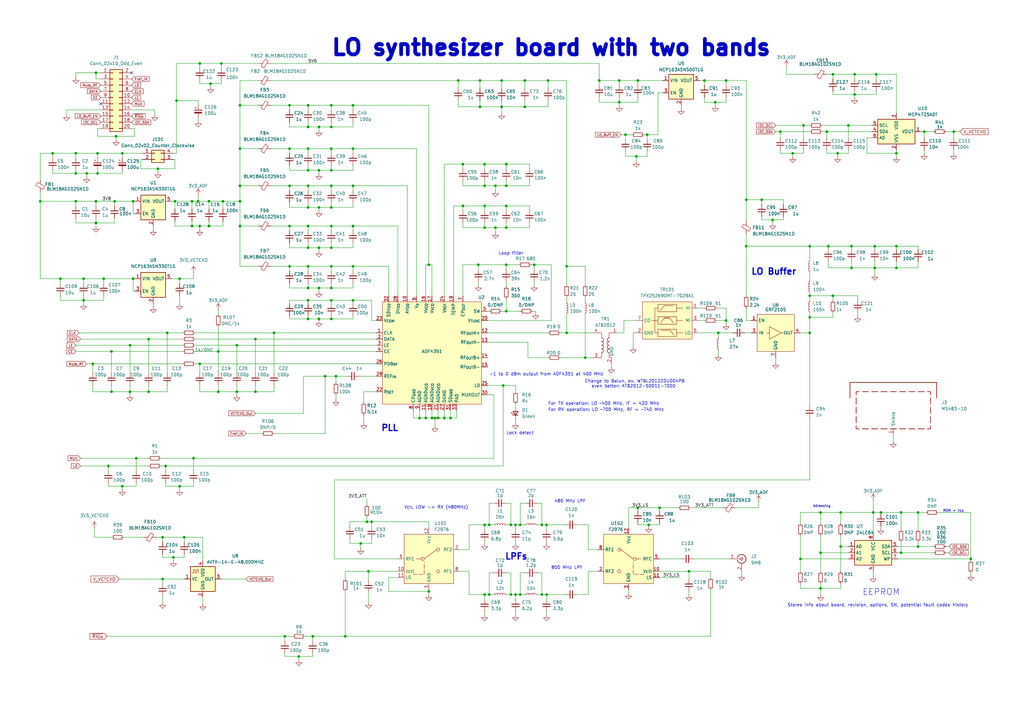
<source format=kicad_sch>
(kicad_sch (version 20231120) (generator "eeschema") (generator_version "8.0")
  (paper "A3")
  (title_block (title "LO synthesizer board with two bands") (rev "01b") (company "SP6GK") (comment 1 "Optimized for 400 to 800 MHz LO") (comment 2 "16 dBm output") (comment 3 "Snap in module"))
  (junction (at 339.725 100.965))
  (junction (at 196.85 43.815))
  (junction (at 265.43 55.245))
  (junction (at 126.365 123.19))
  (junction (at 336.55 210.185))
  (junction (at 224.79 33.02))
  (junction (at 71.12 228.6))
  (junction (at 332.105 136.525))
  (junction (at 347.98 51.435))
  (junction (at 240.03 146.685))
  (junction (at 207.645 108.585))
  (junction (at 116.84 260.985))
  (junction (at 369.57 210.185))
  (junction (at 98.425 92.71))
  (junction (at 200.66 243.84))
  (junction (at 35.56 71.12))
  (junction (at 254 41.91))
  (junction (at 16.51 82.55))
  (junction (at 175.895 242.57))
  (junction (at 147.955 222.885))
  (junction (at 135.89 123.19))
  (junction (at 53.34 141.605))
  (junction (at 91.44 82.55))
  (junction (at 130.81 101.6))
  (junction (at 328.295 229.235))
  (junction (at 260.985 64.135))
  (junction (at 47.625 55.88))
  (junction (at 75.565 220.345))
  (junction (at 31.115 82.55))
  (junction (at 198.755 76.2))
  (junction (at 320.04 53.975))
  (junction (at 78.74 82.55))
  (junction (at 349.25 100.965))
  (junction (at 118.745 43.18))
  (junction (at 126.365 109.22))
  (junction (at 126.365 118.11))
  (junction (at 367.665 62.865))
  (junction (at 350.52 38.735))
  (junction (at 85.725 92.71))
  (junction (at 135.89 101.6))
  (junction (at 81.915 149.225))
  (junction (at 205.74 43.815))
  (junction (at 66.675 220.345))
  (junction (at 31.115 71.12))
  (junction (at 130.81 85.09))
  (junction (at 81.915 26.035))
  (junction (at 329.565 51.435))
  (junction (at 213.36 215.265))
  (junction (at 206.375 158.115))
  (junction (at 282.575 234.315))
  (junction (at 184.785 171.45))
  (junction (at 40.005 62.865))
  (junction (at 126.365 52.07))
  (junction (at 135.89 60.96))
  (junction (at 341.63 30.48))
  (junction (at 332.105 100.965))
  (junction (at 97.155 141.605))
  (junction (at 209.55 215.265))
  (junction (at 50.165 199.39))
  (junction (at 222.25 243.84))
  (junction (at 39.37 29.845))
  (junction (at 376.555 210.185))
  (junction (at 128.27 260.985))
  (junction (at 266.065 215.265))
  (junction (at 339.09 53.975))
  (junction (at 175.895 108.585))
  (junction (at 135.89 69.85))
  (junction (at 256.54 55.245))
  (junction (at 215.265 43.815))
  (junction (at 104.775 139.065))
  (junction (at 213.36 243.84))
  (junction (at 130.81 118.11))
  (junction (at 376.555 224.155))
  (junction (at 38.1 149.225))
  (junction (at 316.865 90.17))
  (junction (at 44.45 191.135))
  (junction (at 97.155 160.655))
  (junction (at 222.25 215.265))
  (junction (at 391.16 53.975))
  (junction (at 174.625 171.45))
  (junction (at 344.805 224.155))
  (junction (at 45.72 160.655))
  (junction (at 341.63 121.285))
  (junction (at 79.375 187.96))
  (junction (at 288.925 33.02))
  (junction (at 178.435 171.45))
  (junction (at 66.675 237.49))
  (junction (at 86.36 34.29))
  (junction (at 215.265 33.02))
  (junction (at 367.665 109.855))
  (junction (at 196.85 33.02))
  (junction (at 98.425 76.2))
  (junction (at 144.78 109.22))
  (junction (at 224.155 243.84))
  (junction (at 232.41 109.22))
  (junction (at 130.81 69.85))
  (junction (at 78.74 92.71))
  (junction (at 54.61 114.3))
  (junction (at 203.2 76.2))
  (junction (at 198.755 67.31))
  (junction (at 150.495 213.995))
  (junction (at 358.775 100.965))
  (junction (at 209.55 243.84))
  (junction (at 182.245 171.45))
  (junction (at 151.13 234.315))
  (junction (at 135.89 85.09))
  (junction (at 71.755 82.55))
  (junction (at 177.165 171.45))
  (junction (at 219.075 108.585))
  (junction (at 98.425 60.96))
  (junction (at 40.005 71.12))
  (junction (at 45.72 144.145))
  (junction (at 254 33.02))
  (junction (at 369.57 226.695))
  (junction (at 187.96 33.02))
  (junction (at 343.535 62.865))
  (junction (at 261.62 208.28))
  (junction (at 207.645 127.635))
  (junction (at 73.66 199.39))
  (junction (at 144.78 123.19))
  (junction (at 39.37 91.44))
  (junction (at 189.865 84.455))
  (junction (at 126.365 130.81))
  (junction (at 60.96 139.065))
  (junction (at 135.89 118.11))
  (junction (at 126.365 60.96))
  (junction (at 297.815 131.445))
  (junction (at 332.105 121.285))
  (junction (at 122.555 269.24))
  (junction (at 198.755 243.84))
  (junction (at 133.35 154.305))
  (junction (at 207.645 93.345))
  (junction (at 34.29 114.3))
  (junction (at 137.795 154.305))
  (junction (at 130.81 130.81))
  (junction (at 50.165 62.865))
  (junction (at 198.755 84.455))
  (junction (at 135.89 52.07))
  (junction (at 24.765 114.3))
  (junction (at 135.89 76.2))
  (junction (at 189.865 67.31))
  (junction (at 72.39 41.275))
  (junction (at 126.365 69.85))
  (junction (at 98.425 43.18))
  (junction (at 359.41 30.48))
  (junction (at 130.81 52.07))
  (junction (at 135.89 130.81))
  (junction (at 293.37 41.91))
  (junction (at 118.745 76.2))
  (junction (at 152.4 213.995))
  (junction (at 336.55 241.3))
  (junction (at 198.755 93.345))
  (junction (at 261.62 33.02))
  (junction (at 224.155 215.265))
  (junction (at 207.645 67.31))
  (junction (at 21.59 62.865))
  (junction (at 112.395 136.525))
  (junction (at 349.25 109.855))
  (junction (at 126.365 92.71))
  (junction (at 135.89 109.22))
  (junction (at 211.455 215.265))
  (junction (at 34.29 123.19))
  (junction (at 67.945 191.135))
  (junction (at 126.365 85.09))
  (junction (at 344.805 210.185))
  (junction (at 89.535 160.655))
  (junction (at 135.89 92.71))
  (junction (at 350.52 30.48))
  (junction (at 379.095 53.975))
  (junction (at 54.61 82.55))
  (junction (at 332.105 130.175))
  (junction (at 211.455 243.84))
  (junction (at 361.315 210.185))
  (junction (at 207.645 76.2))
  (junction (at 367.665 100.965))
  (junction (at 306.07 81.915))
  (junction (at 98.425 82.55))
  (junction (at 118.745 109.22))
  (junction (at 81.28 82.55))
  (junction (at 42.545 114.3))
  (junction (at 141.605 260.985))
  (junction (at 144.78 60.96))
  (junction (at 53.34 160.655))
  (junction (at 118.745 92.71))
  (junction (at 104.775 160.655))
  (junction (at 81.915 92.71))
  (junction (at 325.12 62.865))
  (junction (at 245.745 33.02))
  (junction (at 312.42 81.915))
  (junction (at 39.37 82.55))
  (junction (at 172.085 171.45))
  (junction (at 73.66 114.3))
  (junction (at 203.2 93.345))
  (junction (at 90.805 26.035))
  (junction (at 64.77 69.215))
  (junction (at 144.78 76.2))
  (junction (at 60.96 160.655))
  (junction (at 232.41 136.525))
  (junction (at 297.815 33.02))
  (junction (at 89.535 144.145))
  (junction (at 270.51 208.28))
  (junction (at 205.74 33.02))
  (junction (at 358.775 109.855))
  (junction (at 126.365 43.18))
  (junction (at 46.99 82.55))
  (junction (at 144.78 43.18))
  (junction (at 358.14 210.185))
  (junction (at 207.645 84.455))
  (junction (at 179.705 171.45))
  (junction (at 144.78 92.71))
  (junction (at 198.755 215.265))
  (junction (at 306.07 100.965))
  (junction (at 85.725 82.55))
  (junction (at 135.89 43.18))
  (junction (at 200.66 215.265))
  (junction (at 336.55 226.695))
  (junction (at 126.365 101.6))
  (junction (at 398.145 229.235))
  (junction (at 55.88 187.96))
  (junction (at 294.64 136.525))
  (junction (at 31.115 62.865))
  (junction (at 196.215 108.585))
  (junction (at 68.58 136.525))
  (junction (at 126.365 76.2))
  (junction (at 118.745 60.96))
  (no_connect (at 41.275 42.545))
  (no_connect (at 53.975 29.845))
  (wire (pts (xy 304.165 234.315) (xy 304.165 235.585)))
  (wire (pts (xy 220.345 243.84) (xy 222.25 243.84)))
  (wire (pts (xy 118.745 43.18) (xy 126.365 43.18)))
  (wire (pts (xy 35.56 149.225) (xy 38.1 149.225)))
  (wire (pts (xy 297.815 131.445) (xy 297.815 126.365)))
  (wire (pts (xy 220.345 206.375) (xy 222.25 206.375)))
  (wire (pts (xy 332.105 111.76) (xy 332.105 114.935)))
  (wire (pts (xy 44.45 191.135) (xy 60.96 191.135)))
  (wire (pts (xy 31.115 29.845) (xy 39.37 29.845)))
  (wire (pts (xy 207.645 108.585) (xy 212.725 108.585)))
  (wire (pts (xy 336.55 239.395) (xy 336.55 241.3)))
  (wire (pts (xy 137.795 154.305) (xy 142.24 154.305)))
  (wire (pts (xy 47.625 55.88) (xy 40.005 55.88)))
  (wire (pts (xy 271.78 38.1) (xy 269.875 38.1)))
  (wire (pts (xy 245.745 26.035) (xy 245.745 33.02)))
  (wire (pts (xy 198.755 67.31) (xy 198.755 69.215)))
  (wire (pts (xy 38.1 149.225) (xy 38.1 153.035)))
  (wire (pts (xy 31.115 71.12) (xy 31.115 69.85)))
  (wire (pts (xy 219.075 108.585) (xy 219.075 110.49)))
  (wire (pts (xy 232.41 128.905) (xy 232.41 136.525)))
  (wire (pts (xy 297.815 131.445) (xy 297.815 132.715)))
  (wire (pts (xy 341.63 121.285) (xy 341.63 123.19)))
  (wire (pts (xy 293.37 41.91) (xy 293.37 43.18)))
  (wire (pts (xy 189.865 84.455) (xy 189.865 86.36)))
  (wire (pts (xy 31.115 91.44) (xy 31.115 89.535)))
  (wire (pts (xy 126.365 85.09) (xy 118.745 85.09)))
  (wire (pts (xy 261.62 215.265) (xy 261.62 214.63)))
  (wire (pts (xy 60.96 139.065) (xy 74.93 139.065)))
  (wire (pts (xy 189.865 76.2) (xy 198.755 76.2)))
  (wire (pts (xy 104.775 139.065) (xy 104.775 153.035)))
  (wire (pts (xy 118.745 109.22) (xy 126.365 109.22)))
  (wire (pts (xy 182.245 67.31) (xy 189.865 67.31)))
  (wire (pts (xy 232.41 136.525) (xy 243.205 136.525)))
  (wire (pts (xy 369.57 222.25) (xy 369.57 226.695)))
  (wire (pts (xy 311.15 205.74) (xy 311.15 208.28)))
  (wire (pts (xy 133.35 154.305) (xy 137.795 154.305)))
  (wire (pts (xy 60.96 160.655) (xy 68.58 160.655)))
  (wire (pts (xy 41.275 32.385) (xy 39.37 32.385)))
  (wire (pts (xy 200.025 131.445) (xy 226.06 131.445)))
  (wire (pts (xy 83.185 245.11) (xy 83.185 247.65)))
  (wire (pts (xy 211.455 243.84) (xy 211.455 245.745)))
  (wire (pts (xy 71.755 82.55) (xy 78.74 82.55)))
  (wire (pts (xy 207.645 93.345) (xy 217.17 93.345)))
  (wire (pts (xy 224.79 36.195) (xy 224.79 33.02)))
  (wire (pts (xy 278.765 236.855) (xy 270.51 236.855)))
  (wire (pts (xy 351.79 121.285) (xy 341.63 121.285)))
  (wire (pts (xy 240.03 121.92) (xy 240.03 123.825)))
  (wire (pts (xy 189.865 91.44) (xy 189.865 93.345)))
  (wire (pts (xy 293.37 41.91) (xy 297.815 41.91)))
  (wire (pts (xy 144.78 43.18) (xy 175.895 43.18)))
  (wire (pts (xy 118.745 109.22) (xy 118.745 111.125)))
  (wire (pts (xy 188.595 225.425) (xy 192.405 225.425)))
  (wire (pts (xy 175.895 213.995) (xy 175.895 216.535)))
  (wire (pts (xy 57.785 65.405) (xy 57.785 69.215)))
  (wire (pts (xy 216.535 146.685) (xy 216.535 140.335)))
  (wire (pts (xy 118.745 69.85) (xy 118.745 67.945)))
  (wire (pts (xy 71.755 65.405) (xy 71.755 69.215)))
  (wire (pts (xy 192.405 234.315) (xy 188.595 234.315)))
  (wire (pts (xy 85.725 82.55) (xy 85.725 85.725)))
  (wire (pts (xy 98.425 92.71) (xy 98.425 82.55)))
  (wire (pts (xy 205.74 43.815) (xy 205.74 46.355)))
  (wire (pts (xy 32.385 136.525) (xy 68.58 136.525)))
  (wire (pts (xy 255.905 136.525) (xy 255.905 131.445)))
  (wire (pts (xy 226.06 131.445) (xy 226.06 108.585)))
  (wire (pts (xy 288.925 41.91) (xy 293.37 41.91)))
  (wire (pts (xy 39.37 82.55) (xy 46.99 82.55)))
  (wire (pts (xy 339.725 109.855) (xy 339.725 107.315)))
  (wire (pts (xy 135.89 118.11) (xy 135.89 116.205)))
  (wire (pts (xy 187.96 43.815) (xy 196.85 43.815)))
  (wire (pts (xy 254 33.02) (xy 261.62 33.02)))
  (wire (pts (xy 209.55 215.265) (xy 211.455 215.265)))
  (wire (pts (xy 31.115 62.865) (xy 40.005 62.865)))
  (wire (pts (xy 53.34 160.655) (xy 45.72 160.655)))
  (wire (pts (xy 332.105 130.175) (xy 332.105 136.525)))
  (wire (pts (xy 90.805 26.035) (xy 106.045 26.035)))
  (wire (pts (xy 152.4 222.885) (xy 152.4 220.98)))
  (wire (pts (xy 126.365 130.81) (xy 130.81 130.81)))
  (wire (pts (xy 283.21 208.28) (xy 296.545 208.28)))
  (wire (pts (xy 39.37 32.385) (xy 39.37 29.845)))
  (wire (pts (xy 91.44 82.55) (xy 91.44 85.725)))
  (wire (pts (xy 126.365 101.6) (xy 126.365 99.695)))
  (wire (pts (xy 220.345 215.265) (xy 222.25 215.265)))
  (wire (pts (xy 130.81 85.09) (xy 135.89 85.09)))
  (wire (pts (xy 186.055 84.455) (xy 189.865 84.455)))
  (wire (pts (xy 358.775 102.235) (xy 358.775 100.965)))
  (wire (pts (xy 339.09 62.865) (xy 339.09 61.595)))
  (wire (pts (xy 358.14 205.105) (xy 358.14 210.185)))
  (wire (pts (xy 81.915 34.29) (xy 86.36 34.29)))
  (wire (pts (xy 68.58 158.115) (xy 68.58 160.655)))
  (wire (pts (xy 97.155 160.655) (xy 97.155 161.925)))
  (wire (pts (xy 174.625 171.45) (xy 174.625 168.275)))
  (wire (pts (xy 135.89 85.09) (xy 135.89 83.185)))
  (wire (pts (xy 118.745 43.18) (xy 118.745 45.085)))
  (wire (pts (xy 182.245 171.45) (xy 182.245 168.275)))
  (wire (pts (xy 359.41 37.465) (xy 359.41 38.735)))
  (wire (pts (xy 174.625 108.585) (xy 174.625 121.285)))
  (wire (pts (xy 126.365 85.09) (xy 130.81 85.09)))
  (wire (pts (xy 224.79 136.525) (xy 200.025 136.525)))
  (wire (pts (xy 336.55 241.3) (xy 336.55 243.84)))
  (wire (pts (xy 70.485 82.55) (xy 71.755 82.55)))
  (wire (pts (xy 325.12 62.865) (xy 325.12 64.135)))
  (wire (pts (xy 205.74 127.635) (xy 207.645 127.635)))
  (wire (pts (xy 68.58 136.525) (xy 68.58 153.035)))
  (wire (pts (xy 270.51 208.28) (xy 278.13 208.28)))
  (wire (pts (xy 144.78 43.18) (xy 144.78 45.085)))
  (wire (pts (xy 189.865 67.31) (xy 198.755 67.31)))
  (wire (pts (xy 207.645 206.375) (xy 209.55 206.375)))
  (wire (pts (xy 391.16 53.975) (xy 391.16 56.515)))
  (wire (pts (xy 66.675 244.475) (xy 66.675 247.015)))
  (wire (pts (xy 151.13 234.315) (xy 163.195 234.315)))
  (wire (pts (xy 224.155 215.265) (xy 224.155 217.17)))
  (wire (pts (xy 350.52 38.735) (xy 359.41 38.735)))
  (wire (pts (xy 398.145 234.95) (xy 398.145 235.585)))
  (wire (pts (xy 31.115 29.845) (xy 31.115 31.75)))
  (wire (pts (xy 130.81 52.07) (xy 135.89 52.07)))
  (wire (pts (xy 286.385 131.445) (xy 288.925 131.445)))
  (wire (pts (xy 203.2 76.2) (xy 207.645 76.2)))
  (wire (pts (xy 24.765 114.3) (xy 24.765 116.205)))
  (wire (pts (xy 211.455 243.84) (xy 213.36 243.84)))
  (wire (pts (xy 358.14 210.185) (xy 361.315 210.185)))
  (wire (pts (xy 97.155 160.655) (xy 104.775 160.655)))
  (wire (pts (xy 46.99 82.55) (xy 54.61 82.55)))
  (wire (pts (xy 282.575 234.315) (xy 270.51 234.315)))
  (wire (pts (xy 144.78 60.96) (xy 144.78 62.865)))
  (wire (pts (xy 367.665 62.865) (xy 355.6 62.865)))
  (wire (pts (xy 236.855 215.265) (xy 241.3 215.265)))
  (wire (pts (xy 398.145 210.185) (xy 398.145 229.235)))
  (wire (pts (xy 159.385 236.855) (xy 159.385 242.57)))
  (wire (pts (xy 135.89 130.81) (xy 130.81 130.81)))
  (wire (pts (xy 349.25 102.235) (xy 349.25 100.965)))
  (wire (pts (xy 189.865 84.455) (xy 198.755 84.455)))
  (wire (pts (xy 257.81 241.935) (xy 257.81 243.205)))
  (wire (pts (xy 66.675 237.49) (xy 75.565 237.49)))
  (wire (pts (xy 196.85 43.815) (xy 205.74 43.815)))
  (wire (pts (xy 282.575 242.57) (xy 282.575 243.84)))
  (wire (pts (xy 391.16 53.975) (xy 393.7 53.975)))
  (wire (pts (xy 261.62 33.02) (xy 261.62 34.925)))
  (wire (pts (xy 118.745 123.19) (xy 118.745 124.46)))
  (wire (pts (xy 339.09 53.975) (xy 357.505 53.975)))
  (wire (pts (xy 219.71 127.635) (xy 219.71 128.27)))
  (wire (pts (xy 269.875 55.245) (xy 265.43 55.245)))
  (wire (pts (xy 144.78 92.71) (xy 163.195 92.71)))
  (wire (pts (xy 55.245 119.38) (xy 54.61 119.38)))
  (wire (pts (xy 198.755 222.25) (xy 198.755 222.885)))
  (wire (pts (xy 202.565 234.95) (xy 200.66 234.95)))
  (wire (pts (xy 297.815 33.02) (xy 297.815 34.925)))
  (wire (pts (xy 90.805 237.49) (xy 100.965 237.49)))
  (wire (pts (xy 306.07 131.445) (xy 307.975 131.445)))
  (wire (pts (xy 222.25 234.95) (xy 222.25 243.84)))
  (wire (pts (xy 328.295 241.3) (xy 328.295 239.395)))
  (wire (pts (xy 97.155 141.605) (xy 97.155 153.035)))
  (wire (pts (xy 71.12 228.6) (xy 75.565 228.6)))
  (wire (pts (xy 143.51 220.98) (xy 143.51 222.885)))
  (wire (pts (xy 207.645 117.475) (xy 207.645 115.57)))
  (wire (pts (xy 198.755 243.84) (xy 200.66 243.84)))
  (wire (pts (xy 341.63 128.27) (xy 341.63 130.175)))
  (wire (pts (xy 45.72 144.145) (xy 45.72 153.035)))
  (wire (pts (xy 200.66 243.84) (xy 202.565 243.84)))
  (wire (pts (xy 64.77 69.215) (xy 71.755 69.215)))
  (wire (pts (xy 71.12 62.865) (xy 72.39 62.865)))
  (wire (pts (xy 54.61 82.55) (xy 55.245 82.55)))
  (wire (pts (xy 192.405 243.84) (xy 192.405 234.315)))
  (wire (pts (xy 236.855 243.84) (xy 241.3 243.84)))
  (wire (pts (xy 349.25 100.965) (xy 358.775 100.965)))
  (wire (pts (xy 232.41 121.92) (xy 232.41 123.825)))
  (wire (pts (xy 344.805 241.3) (xy 344.805 239.395)))
  (wire (pts (xy 126.365 69.85) (xy 130.81 69.85)))
  (wire (pts (xy 355.6 62.865) (xy 355.6 56.515)))
  (wire (pts (xy 222.25 243.84) (xy 224.155 243.84)))
  (wire (pts (xy 218.44 127.635) (xy 219.71 127.635)))
  (wire (pts (xy 318.135 51.435) (xy 329.565 51.435)))
  (wire (pts (xy 376.555 217.17) (xy 376.555 210.185)))
  (wire (pts (xy 200.66 206.375) (xy 200.66 215.265)))
  (wire (pts (xy 75.565 220.345) (xy 75.565 222.25)))
  (wire (pts (xy 124.46 154.305) (xy 124.46 169.545)))
  (wire (pts (xy 79.375 199.39) (xy 79.375 198.12)))
  (wire (pts (xy 219.075 108.585) (xy 226.06 108.585)))
  (wire (pts (xy 50.165 199.39) (xy 50.165 200.66)))
  (wire (pts (xy 241.3 234.315) (xy 245.11 234.315)))
  (wire (pts (xy 358.14 219.075) (xy 358.14 210.185)))
  (wire (pts (xy 149.225 165.1) (xy 149.225 160.655)))
  (wire (pts (xy 351.79 129.54) (xy 351.79 128.27)))
  (wire (pts (xy 81.915 160.655) (xy 81.915 158.115)))
  (wire (pts (xy 256.54 64.135) (xy 256.54 62.23)))
  (wire (pts (xy 270.51 214.63) (xy 270.51 215.265)))
  (wire (pts (xy 126.365 69.85) (xy 118.745 69.85)))
  (wire (pts (xy 207.645 127.635) (xy 213.36 127.635)))
  (wire (pts (xy 219.075 108.585) (xy 217.805 108.585)))
  (wire (pts (xy 34.29 123.19) (xy 34.29 124.46)))
  (wire (pts (xy 179.705 171.45) (xy 179.705 168.275)))
  (wire (pts (xy 376.555 222.25) (xy 376.555 224.155)))
  (wire (pts (xy 266.065 215.265) (xy 261.62 215.265)))
  (wire (pts (xy 78.74 82.55) (xy 78.74 85.725)))
  (wire (pts (xy 291.465 234.315) (xy 291.465 236.855)))
  (wire (pts (xy 328.295 210.185) (xy 336.55 210.185)))
  (wire (pts (xy 306.07 81.915) (xy 312.42 81.915)))
  (wire (pts (xy 130.81 102.87) (xy 130.81 101.6)))
  (wire (pts (xy 224.79 43.815) (xy 224.79 41.275)))
  (wire (pts (xy 53.34 160.655) (xy 53.34 158.115)))
  (wire (pts (xy 376.555 224.155) (xy 368.3 224.155)))
  (wire (pts (xy 67.945 199.39) (xy 73.66 199.39)))
  (wire (pts (xy 130.81 119.38) (xy 130.81 118.11)))
  (wire (pts (xy 111.125 92.71) (xy 118.745 92.71)))
  (wire (pts (xy 215.265 206.375) (xy 213.36 206.375)))
  (wire (pts (xy 377.825 53.975) (xy 379.095 53.975)))
  (wire (pts (xy 71.12 228.6) (xy 71.12 229.87)))
  (wire (pts (xy 81.915 149.225) (xy 81.915 153.035)))
  (wire (pts (xy 80.01 136.525) (xy 112.395 136.525)))
  (wire (pts (xy 16.51 114.3) (xy 24.765 114.3)))
  (wire (pts (xy 124.46 154.305) (xy 133.35 154.305)))
  (wire (pts (xy 89.535 144.145) (xy 154.305 144.145)))
  (wire (pts (xy 126.365 118.11) (xy 130.81 118.11)))
  (wire (pts (xy 73.66 121.285) (xy 73.66 124.46)))
  (wire (pts (xy 122.555 269.24) (xy 122.555 270.51)))
  (wire (pts (xy 240.03 128.905) (xy 240.03 146.685)))
  (wire (pts (xy 126.365 92.71) (xy 126.365 94.615)))
  (wire (pts (xy 344.805 224.155) (xy 344.805 234.315)))
  (wire (pts (xy 322.58 30.48) (xy 334.01 30.48)))
  (wire (pts (xy 118.745 76.2) (xy 118.745 78.105)))
  (wire (pts (xy 147.955 222.885) (xy 152.4 222.885)))
  (wire (pts (xy 118.745 130.81) (xy 118.745 129.54)))
  (wire (pts (xy 85.725 92.71) (xy 91.44 92.71)))
  (wire (pts (xy 41.275 45.085) (xy 27.305 45.085)))
  (wire (pts (xy 322.58 30.48) (xy 322.58 27.305)))
  (wire (pts (xy 130.81 118.11) (xy 135.89 118.11)))
  (wire (pts (xy 203.2 95.25) (xy 203.2 93.345)))
  (wire (pts (xy 332.105 136.525) (xy 332.105 166.37)))
  (wire (pts (xy 320.04 62.865) (xy 325.12 62.865)))
  (wire (pts (xy 341.63 121.285) (xy 332.105 121.285)))
  (wire (pts (xy 130.81 86.36) (xy 130.81 85.09)))
  (wire (pts (xy 196.85 36.195) (xy 196.85 33.02)))
  (wire (pts (xy 344.805 219.71) (xy 344.805 224.155)))
  (wire (pts (xy 320.04 62.865) (xy 320.04 61.595)))
  (wire (pts (xy 137.795 163.83) (xy 137.795 161.925)))
  (wire (pts (xy 64.135 220.345) (xy 66.675 220.345)))
  (wire (pts (xy 81.915 92.71) (xy 81.915 93.98)))
  (wire (pts (xy 288.925 33.02) (xy 297.815 33.02)))
  (wire (pts (xy 198.755 215.265) (xy 200.66 215.265)))
  (wire (pts (xy 355.6 56.515) (xy 357.505 56.515)))
  (wire (pts (xy 265.43 64.135) (xy 265.43 62.23)))
  (wire (pts (xy 288.925 41.91) (xy 288.925 40.005)))
  (wire (pts (xy 240.03 109.22) (xy 240.03 116.84)))
  (wire (pts (xy 98.425 43.18) (xy 106.045 43.18)))
  (wire (pts (xy 209.55 243.84) (xy 211.455 243.84)))
  (wire (pts (xy 118.745 85.09) (xy 118.745 83.185)))
  (wire (pts (xy 351.79 123.19) (xy 351.79 121.285)))
  (wire (pts (xy 33.02 187.96) (xy 55.88 187.96)))
  (wire (pts (xy 287.02 33.02) (xy 288.925 33.02)))
  (wire (pts (xy 336.55 226.695) (xy 347.98 226.695)))
  (wire (pts (xy 135.89 109.22) (xy 135.89 111.125)))
  (wire (pts (xy 55.245 55.88) (xy 55.245 52.705)))
  (wire (pts (xy 111.125 26.035) (xy 245.745 26.035)))
  (wire (pts (xy 192.405 243.84) (xy 198.755 243.84)))
  (wire (pts (xy 21.59 62.865) (xy 31.115 62.865)))
  (wire (pts (xy 207.645 74.295) (xy 207.645 76.2)))
  (wire (pts (xy 133.35 177.8) (xy 133.35 154.305)))
  (wire (pts (xy 21.59 62.865) (xy 21.59 64.77)))
  (wire (pts (xy 141.605 234.315) (xy 141.605 237.49)))
  (wire (pts (xy 126.365 92.71) (xy 135.89 92.71)))
  (wire (pts (xy 232.41 109.22) (xy 240.03 109.22)))
  (wire (pts (xy 170.815 121.285) (xy 170.815 60.96)))
  (wire (pts (xy 53.34 141.605) (xy 74.93 141.605)))
  (wire (pts (xy 350.52 37.465) (xy 350.52 38.735)))
  (wire (pts (xy 35.56 71.12) (xy 31.115 71.12)))
  (wire (pts (xy 104.775 160.655) (xy 104.775 158.115)))
  (wire (pts (xy 98.425 33.02) (xy 98.425 43.18)))
  (wire (pts (xy 341.63 38.735) (xy 350.52 38.735)))
  (wire (pts (xy 122.555 269.24) (xy 128.27 269.24)))
  (wire (pts (xy 367.665 109.855) (xy 358.775 109.855)))
  (wire (pts (xy 143.51 215.9) (xy 143.51 213.995)))
  (wire (pts (xy 66.04 187.96) (xy 79.375 187.96)))
  (wire (pts (xy 38.1 160.655) (xy 45.72 160.655)))
  (wire (pts (xy 55.88 187.96) (xy 55.88 193.04)))
  (wire (pts (xy 62.865 92.71) (xy 62.865 93.98)))
  (wire (pts (xy 177.165 171.45) (xy 178.435 171.45)))
  (wire (pts (xy 118.745 92.71) (xy 118.745 94.615)))
  (wire (pts (xy 286.385 126.365) (xy 288.925 126.365)))
  (wire (pts (xy 174.625 108.585) (xy 175.895 108.585)))
  (wire (pts (xy 316.865 90.17) (xy 316.865 91.44)))
  (wire (pts (xy 211.455 215.265) (xy 213.36 215.265)))
  (wire (pts (xy 72.39 26.035) (xy 81.915 26.035)))
  (wire (pts (xy 98.425 92.71) (xy 98.425 109.22)))
  (wire (pts (xy 137.16 229.235) (xy 163.195 229.235)))
  (wire (pts (xy 207.645 110.49) (xy 207.645 108.585)))
  (wire (pts (xy 57.785 69.215) (xy 64.77 69.215)))
  (wire (pts (xy 104.775 160.655) (xy 112.395 160.655)))
  (wire (pts (xy 265.43 55.245) (xy 265.43 57.15)))
  (wire (pts (xy 198.755 76.2) (xy 203.2 76.2)))
  (wire (pts (xy 126.365 43.18) (xy 126.365 45.085)))
  (wire (pts (xy 336.55 210.185) (xy 336.55 214.63)))
  (wire (pts (xy 44.45 191.135) (xy 44.45 193.04)))
  (wire (pts (xy 89.535 158.115) (xy 89.535 160.655)))
  (wire (pts (xy 89.535 133.985) (xy 89.535 144.145)))
  (wire (pts (xy 135.89 123.19) (xy 135.89 124.46)))
  (wire (pts (xy 217.17 93.345) (xy 217.17 91.44)))
  (wire (pts (xy 215.265 33.02) (xy 224.79 33.02)))
  (wire (pts (xy 66.675 220.345) (xy 75.565 220.345)))
  (wire (pts (xy 72.39 41.275) (xy 72.39 26.035)))
  (wire (pts (xy 116.84 260.985) (xy 116.84 262.89)))
  (wire (pts (xy 217.17 76.2) (xy 217.17 74.295)))
  (wire (pts (xy 81.28 80.01) (xy 81.28 82.55)))
  (wire (pts (xy 66.675 227.33) (xy 66.675 228.6)))
  (wire (pts (xy 339.725 102.235) (xy 339.725 100.965)))
  (wire (pts (xy 71.755 92.71) (xy 71.755 90.805)))
  (wire (pts (xy 73.66 114.3) (xy 73.66 116.205)))
  (wire (pts (xy 288.925 33.02) (xy 288.925 34.925)))
  (wire (pts (xy 81.915 149.225) (xy 154.305 149.225)))
  (wire (pts (xy 150.495 213.995) (xy 152.4 213.995)))
  (wire (pts (xy 350.52 30.48) (xy 341.63 30.48)))
  (wire (pts (xy 336.55 226.695) (xy 336.55 234.315)))
  (wire (pts (xy 366.395 180.975) (xy 366.395 178.435)))
  (wire (pts (xy 104.775 169.545) (xy 124.46 169.545)))
  (wire (pts (xy 361.315 215.9) (xy 361.315 216.535)))
  (wire (pts (xy 198.755 84.455) (xy 198.755 86.36)))
  (wire (pts (xy 144.78 109.22) (xy 159.385 109.22)))
  (wire (pts (xy 361.315 210.185) (xy 369.57 210.185)))
  (wire (pts (xy 207.645 76.2) (xy 217.17 76.2)))
  (wire (pts (xy 135.89 76.2) (xy 135.89 78.105)))
  (wire (pts (xy 329.565 62.865) (xy 329.565 61.595)))
  (wire (pts (xy 135.89 43.18) (xy 135.89 45.085)))
  (wire (pts (xy 126.365 60.96) (xy 135.89 60.96)))
  (wire (pts (xy 347.98 51.435) (xy 347.98 56.515)))
  (wire (pts (xy 126.365 85.09) (xy 126.365 83.185)))
  (wire (pts (xy 141.605 260.985) (xy 291.465 260.985)))
  (wire (pts (xy 332.105 196.85) (xy 332.105 171.45)))
  (wire (pts (xy 98.425 33.02) (xy 106.045 33.02)))
  (wire (pts (xy 359.41 30.48) (xy 359.41 32.385)))
  (wire (pts (xy 311.15 208.28) (xy 301.625 208.28)))
  (wire (pts (xy 111.125 60.96) (xy 118.745 60.96)))
  (wire (pts (xy 260.985 64.135) (xy 265.43 64.135)))
  (wire (pts (xy 328.295 219.71) (xy 328.295 229.235)))
  (wire (pts (xy 306.07 100.965) (xy 306.07 121.285)))
  (wire (pts (xy 116.84 269.24) (xy 122.555 269.24)))
  (wire (pts (xy 126.365 52.07) (xy 126.365 50.165)))
  (wire (pts (xy 143.51 213.995) (xy 150.495 213.995)))
  (wire (pts (xy 182.245 171.45) (xy 184.785 171.45)))
  (wire (pts (xy 126.365 123.19) (xy 135.89 123.19)))
  (wire (pts (xy 177.165 121.285) (xy 177.165 108.585)))
  (wire (pts (xy 211.455 165.735) (xy 211.455 167.005)))
  (wire (pts (xy 279.4 43.18) (xy 279.4 44.45)))
  (wire (pts (xy 81.915 92.71) (xy 85.725 92.71)))
  (wire (pts (xy 68.58 136.525) (xy 74.93 136.525)))
  (wire (pts (xy 232.41 33.02) (xy 232.41 109.22)))
  (wire (pts (xy 256.54 55.245) (xy 256.54 57.15)))
  (wire (pts (xy 254 41.91) (xy 254 43.18)))
  (wire (pts (xy 143.51 222.885) (xy 147.955 222.885)))
  (wire (pts (xy 389.255 226.695) (xy 387.985 226.695)))
  (wire (pts (xy 72.39 62.865) (xy 72.39 41.275)))
  (wire (pts (xy 224.79 33.02) (xy 232.41 33.02)))
  (wire (pts (xy 35.56 71.12) (xy 40.005 71.12)))
  (wire (pts (xy 45.72 158.115) (xy 45.72 160.655)))
  (wire (pts (xy 53.34 141.605) (xy 53.34 153.035)))
  (wire (pts (xy 130.81 101.6) (xy 135.89 101.6)))
  (wire (pts (xy 215.265 43.815) (xy 205.74 43.815)))
  (wire (pts (xy 259.715 136.525) (xy 259.715 142.24)))
  (wire (pts (xy 270.51 208.28) (xy 270.51 209.55)))
  (wire (pts (xy 369.57 210.185) (xy 376.555 210.185)))
  (wire (pts (xy 213.36 206.375) (xy 213.36 215.265)))
  (wire (pts (xy 321.31 88.9) (xy 321.31 90.17)))
  (wire (pts (xy 339.09 53.975) (xy 339.09 56.515)))
  (wire (pts (xy 97.155 141.605) (xy 154.305 141.605)))
  (wire (pts (xy 126.365 118.11) (xy 126.365 116.205)))
  (wire (pts (xy 150.495 204.47) (xy 150.495 207.01)))
  (wire (pts (xy 152.4 213.995) (xy 152.4 215.9)))
  (wire (pts (xy 321.31 81.915) (xy 321.31 83.82)))
  (wire (pts (xy 126.365 109.22) (xy 135.89 109.22)))
  (wire (pts (xy 261.62 41.91) (xy 261.62 40.005)))
  (wire (pts (xy 376.555 210.185) (xy 379.73 210.185)))
  (wire (pts (xy 215.265 36.195) (xy 215.265 33.02)))
  (wire (pts (xy 178.435 171.45) (xy 179.705 171.45)))
  (wire (pts (xy 126.365 101.6) (xy 118.745 101.6)))
  (wire (pts (xy 81.28 43.18) (xy 81.28 41.275)))
  (wire (pts (xy 135.89 123.19) (xy 144.78 123.19)))
  (wire (pts (xy 135.89 69.85) (xy 135.89 67.945)))
  (wire (pts (xy 207.645 234.95) (xy 209.55 234.95)))
  (wire (pts (xy 350.52 30.48) (xy 350.52 32.385)))
  (wire (pts (xy 66.675 220.345) (xy 66.675 222.25)))
  (wire (pts (xy 376.555 107.315) (xy 376.555 109.855)))
  (wire (pts (xy 368.3 229.235) (xy 398.145 229.235)))
  (wire (pts (xy 169.545 168.275) (xy 169.545 171.45)))
  (wire (pts (xy 211.455 250.825) (xy 211.455 252.095)))
  (wire (pts (xy 211.455 172.085) (xy 211.455 173.355)))
  (wire (pts (xy 128.27 260.985) (xy 128.27 262.89)))
  (wire (pts (xy 211.455 215.265) (xy 211.455 217.17)))
  (wire (pts (xy 182.245 121.285) (xy 182.245 67.31)))
  (wire (pts (xy 45.72 144.145) (xy 74.93 144.145)))
  (wire (pts (xy 38.1 149.225) (xy 74.93 149.225)))
  (wire (pts (xy 328.295 229.235) (xy 328.295 234.315)))
  (wire (pts (xy 126.365 118.11) (xy 118.745 118.11)))
  (wire (pts (xy 270.51 215.265) (xy 266.065 215.265)))
  (wire (pts (xy 144.78 69.85) (xy 135.89 69.85)))
  (wire (pts (xy 81.915 26.035) (xy 90.805 26.035)))
  (wire (pts (xy 149.225 173.355) (xy 149.225 170.18)))
  (wire (pts (xy 241.3 243.84) (xy 241.3 234.315)))
  (wire (pts (xy 192.405 215.265) (xy 198.755 215.265)))
  (wire (pts (xy 179.705 171.45) (xy 182.245 171.45)))
  (wire (pts (xy 167.005 121.285) (xy 167.005 76.2)))
  (wire (pts (xy 135.89 43.18) (xy 144.78 43.18)))
  (wire (pts (xy 349.25 107.315) (xy 349.25 109.855)))
  (wire (pts (xy 178.435 174.625) (xy 178.435 171.45)))
  (wire (pts (xy 341.63 30.48) (xy 341.63 32.385)))
  (wire (pts (xy 209.55 206.375) (xy 209.55 215.265)))
  (wire (pts (xy 144.78 101.6) (xy 135.89 101.6)))
  (wire (pts (xy 89.535 127) (xy 89.535 128.905)))
  (wire (pts (xy 24.765 114.3) (xy 34.29 114.3)))
  (wire (pts (xy 60.96 139.065) (xy 60.96 153.035)))
  (wire (pts (xy 126.365 60.96) (xy 126.365 62.865)))
  (wire (pts (xy 81.915 160.655) (xy 89.535 160.655)))
  (wire (pts (xy 196.215 108.585) (xy 196.215 110.49)))
  (wire (pts (xy 175.895 241.935) (xy 175.895 242.57)))
  (wire (pts (xy 245.11 225.425) (xy 241.3 225.425)))
  (wire (pts (xy 91.44 82.55) (xy 98.425 82.55)))
  (wire (pts (xy 186.055 121.285) (xy 186.055 84.455)))
  (wire (pts (xy 64.77 70.485) (xy 64.77 69.215)))
  (wire (pts (xy 135.89 129.54) (xy 135.89 130.81)))
  (wire (pts (xy 349.25 109.855) (xy 339.725 109.855)))
  (wire (pts (xy 203.2 93.345) (xy 207.645 93.345)))
  (wire (pts (xy 106.045 60.96) (xy 98.425 60.96)))
  (wire (pts (xy 144.78 92.71) (xy 144.78 94.615)))
  (wire (pts (xy 198.755 74.295) (xy 198.755 76.2)))
  (wire (pts (xy 200.025 127.635) (xy 200.66 127.635)))
  (wire (pts (xy 358.775 107.315) (xy 358.775 109.855)))
  (wire (pts (xy 42.545 114.3) (xy 42.545 116.205)))
  (wire (pts (xy 86.36 35.56) (xy 86.36 34.29)))
  (wire (pts (xy 128.27 260.985) (xy 141.605 260.985)))
  (wire (pts (xy 382.905 226.695) (xy 369.57 226.695)))
  (wire (pts (xy 254.635 55.245) (xy 256.54 55.245)))
  (wire (pts (xy 125.095 260.985) (xy 128.27 260.985)))
  (wire (pts (xy 39.37 91.44) (xy 46.99 91.44)))
  (wire (pts (xy 97.155 160.655) (xy 89.535 160.655)))
  (wire (pts (xy 126.365 52.07) (xy 130.81 52.07)))
  (wire (pts (xy 135.89 92.71) (xy 144.78 92.71)))
  (wire (pts (xy 116.84 260.985) (xy 120.015 260.985)))
  (wire (pts (xy 118.745 92.71) (xy 126.365 92.71)))
  (wire (pts (xy 291.465 241.935) (xy 291.465 260.985)))
  (wire (pts (xy 260.985 64.135) (xy 260.985 66.04)))
  (wire (pts (xy 34.29 123.19) (xy 42.545 123.19)))
  (wire (pts (xy 147.955 222.885) (xy 147.955 224.79)))
  (wire (pts (xy 339.725 100.965) (xy 349.25 100.965)))
  (wire (pts (xy 312.42 81.915) (xy 312.42 83.82)))
  (wire (pts (xy 305.435 136.525) (xy 307.975 136.525)))
  (wire (pts (xy 47.625 55.88) (xy 55.245 55.88)))
  (wire (pts (xy 116.84 269.24) (xy 116.84 267.97)))
  (wire (pts (xy 202.565 206.375) (xy 200.66 206.375)))
  (wire (pts (xy 126.365 123.19) (xy 126.365 124.46)))
  (wire (pts (xy 187.96 33.02) (xy 196.85 33.02)))
  (wire (pts (xy 83.185 229.87) (xy 83.185 220.345)))
  (wire (pts (xy 85.725 82.55) (xy 91.44 82.55)))
  (wire (pts (xy 379.095 53.975) (xy 382.905 53.975)))
  (wire (pts (xy 50.8 220.345) (xy 59.055 220.345)))
  (wire (pts (xy 266.065 215.265) (xy 266.065 215.9)))
  (wire (pts (xy 100.965 177.8) (xy 107.315 177.8)))
  (wire (pts (xy 294.005 131.445) (xy 297.815 131.445)))
  (wire (pts (xy 332.105 128.27) (xy 332.105 130.175)))
  (wire (pts (xy 222.25 206.375) (xy 222.25 215.265)))
  (wire (pts (xy 144.78 109.22) (xy 144.78 111.125)))
  (wire (pts (xy 184.785 171.45) (xy 187.325 171.45)))
  (wire (pts (xy 320.04 53.975) (xy 332.105 53.975)))
  (wire (pts (xy 220.345 234.95) (xy 222.25 234.95)))
  (wire (pts (xy 130.81 71.12) (xy 130.81 69.85)))
  (wire (pts (xy 79.375 187.96) (xy 202.565 187.96)))
  (wire (pts (xy 286.385 136.525) (xy 294.64 136.525)))
  (wire (pts (xy 207.645 91.44) (xy 207.645 93.345)))
  (wire (pts (xy 31.115 144.145) (xy 45.72 144.145)))
  (wire (pts (xy 198.755 215.265) (xy 198.755 217.17)))
  (wire (pts (xy 379.095 53.975) (xy 379.095 56.515)))
  (wire (pts (xy 111.125 33.02) (xy 187.96 33.02)))
  (wire (pts (xy 253.365 136.525) (xy 255.905 136.525)))
  (wire (pts (xy 343.535 62.865) (xy 343.535 64.135)))
  (wire (pts (xy 150.495 212.09) (xy 150.495 213.995)))
  (wire (pts (xy 78.74 92.71) (xy 81.915 92.71)))
  (wire (pts (xy 175.895 108.585) (xy 175.895 43.18)))
  (wire (pts (xy 341.63 37.465) (xy 341.63 38.735)))
  (wire (pts (xy 347.98 51.435) (xy 357.505 51.435)))
  (wire (pts (xy 294.64 143.51) (xy 294.64 145.415)))
  (wire (pts (xy 379.095 61.595) (xy 379.095 62.865)))
  (wire (pts (xy 316.865 90.17) (xy 312.42 90.17)))
  (wire (pts (xy 359.41 30.48) (xy 350.52 30.48)))
  (wire (pts (xy 282.575 234.315) (xy 282.575 237.49)))
  (wire (pts (xy 112.395 136.525) (xy 112.395 153.035)))
  (wire (pts (xy 297.815 126.365) (xy 294.005 126.365)))
  (wire (pts (xy 200.66 215.265) (xy 202.565 215.265)))
  (wire (pts (xy 137.16 196.85) (xy 332.105 196.85)))
  (wire (pts (xy 98.425 92.71) (xy 106.045 92.71)))
  (wire (pts (xy 130.81 53.34) (xy 130.81 52.07)))
  (wire (pts (xy 24.765 123.19) (xy 34.29 123.19)))
  (wire (pts (xy 328.295 136.525) (xy 332.105 136.525)))
  (wire (pts (xy 254 41.91) (xy 261.62 41.91)))
  (wire (pts (xy 200.025 158.115) (xy 206.375 158.115)))
  (wire (pts (xy 347.98 62.865) (xy 347.98 61.595)))
  (wire (pts (xy 118.745 60.96) (xy 126.365 60.96)))
  (wire (pts (xy 45.72 220.345) (xy 38.735 220.345)))
  (wire (pts (xy 367.665 61.595) (xy 367.665 62.865)))
  (wire (pts (xy 211.455 222.25) (xy 211.455 222.885)))
  (wire (pts (xy 196.215 116.84) (xy 196.215 115.57)))
  (wire (pts (xy 126.365 52.07) (xy 118.745 52.07)))
  (wire (pts (xy 389.255 224.155) (xy 387.985 224.155)))
  (wire (pts (xy 135.89 76.2) (xy 144.78 76.2)))
  (wire (pts (xy 144.78 50.165) (xy 144.78 52.07)))
  (wire (pts (xy 16.51 62.865) (xy 16.51 73.66)))
  (wire (pts (xy 207.645 122.555) (xy 207.645 127.635)))
  (wire (pts (xy 367.665 30.48) (xy 367.665 46.355)))
  (wire (pts (xy 254 33.02) (xy 254 34.925)))
  (wire (pts (xy 111.125 43.18) (xy 118.745 43.18)))
  (wire (pts (xy 318.135 146.685) (xy 318.135 148.59)))
  (wire (pts (xy 260.985 136.525) (xy 259.715 136.525)))
  (wire (pts (xy 213.36 215.265) (xy 215.265 215.265)))
  (wire (pts (xy 216.535 140.335) (xy 200.025 140.335)))
  (wire (pts (xy 144.78 52.07) (xy 135.89 52.07)))
  (wire (pts (xy 175.895 242.57) (xy 175.895 243.84)))
  (wire (pts (xy 384.81 210.185) (xy 398.145 210.185)))
  (wire (pts (xy 80.01 144.145) (xy 89.535 144.145)))
  (wire (pts (xy 130.81 131.445) (xy 130.81 130.81)))
  (wire (pts (xy 144.78 123.19) (xy 144.78 124.46)))
  (wire (pts (xy 43.815 260.985) (xy 116.84 260.985)))
  (wire (pts (xy 163.195 121.285) (xy 163.195 92.71)))
  (wire (pts (xy 16.51 82.55) (xy 16.51 114.3)))
  (wire (pts (xy 81.28 49.53) (xy 81.28 48.26)))
  (wire (pts (xy 189.865 67.31) (xy 189.865 69.215)))
  (wire (pts (xy 177.165 171.45) (xy 177.165 168.275)))
  (wire (pts (xy 261.62 208.28) (xy 270.51 208.28)))
  (wire (pts (xy 39.37 91.44) (xy 39.37 92.71)))
  (wire (pts (xy 294.64 136.525) (xy 300.355 136.525)))
  (wire (pts (xy 245.745 41.91) (xy 254 41.91)))
  (wire (pts (xy 187.325 171.45) (xy 187.325 168.275)))
  (wire (pts (xy 135.89 60.96) (xy 144.78 60.96)))
  (wire (pts (xy 196.215 108.585) (xy 207.645 108.585)))
  (wire (pts (xy 31.115 141.605) (xy 53.34 141.605)))
  (wire (pts (xy 306.07 81.915) (xy 306.07 90.805)))
  (wire (pts (xy 205.74 36.195) (xy 205.74 33.02)))
  (wire (pts (xy 112.395 158.115) (xy 112.395 160.655)))
  (wire (pts (xy 350.52 38.735) (xy 350.52 40.005)))
  (wire (pts (xy 38.735 216.535) (xy 38.735 220.345)))
  (wire (pts (xy 175.895 108.585) (xy 177.165 108.585)))
  (wire (pts (xy 144.78 123.19) (xy 152.4 123.19)))
  (wire (pts (xy 270.51 229.235) (xy 279.4 229.235)))
  (wire (pts (xy 358.775 100.965) (xy 367.665 100.965)))
  (wire (pts (xy 224.155 243.84) (xy 231.775 243.84)))
  (wire (pts (xy 47.625 57.15) (xy 47.625 55.88)))
  (wire (pts (xy 42.545 123.19) (xy 42.545 121.285)))
  (wire (pts (xy 250.825 150.495) (xy 250.825 149.225)))
  (wire (pts (xy 98.425 82.55) (xy 98.425 76.2)))
  (wire (pts (xy 126.365 43.18) (xy 135.89 43.18)))
  (wire (pts (xy 211.455 158.115) (xy 211.455 160.655)))
  (wire (pts (xy 126.365 101.6) (xy 130.81 101.6)))
  (wire (pts (xy 144.78 129.54) (xy 144.78 130.81)))
  (wire (pts (xy 149.225 160.655) (xy 154.305 160.655)))
  (wire (pts (xy 135.89 109.22) (xy 144.78 109.22)))
  (wire (pts (xy 245.745 33.02) (xy 254 33.02)))
  (wire (pts (xy 71.755 92.71) (xy 78.74 92.71)))
  (wire (pts (xy 80.01 141.605) (xy 97.155 141.605)))
  (wire (pts (xy 126.365 109.22) (xy 126.365 111.125)))
  (wire (pts (xy 31.115 91.44) (xy 39.37 91.44)))
  (wire (pts (xy 152.4 131.445) (xy 154.305 131.445)))
  (wire (pts (xy 91.44 92.71) (xy 91.44 90.805)))
  (wire (pts (xy 261.62 33.02) (xy 271.78 33.02)))
  (wire (pts (xy 344.805 214.63) (xy 344.805 210.185)))
  (wire (pts (xy 376.555 102.235) (xy 376.555 100.965)))
  (wire (pts (xy 336.55 241.3) (xy 328.295 241.3)))
  (wire (pts (xy 198.755 243.84) (xy 198.755 245.745)))
  (wire (pts (xy 73.66 199.39) (xy 73.66 200.66)))
  (wire (pts (xy 147.32 154.305) (xy 154.305 154.305)))
  (wire (pts (xy 198.755 91.44) (xy 198.755 93.345)))
  (wire (pts (xy 336.55 210.185) (xy 344.805 210.185)))
  (wire (pts (xy 202.565 161.925) (xy 202.565 187.96)))
  (wire (pts (xy 42.545 114.3) (xy 54.61 114.3)))
  (wire (pts (xy 66.675 228.6) (xy 71.12 228.6)))
  (wire (pts (xy 306.07 100.965) (xy 332.105 100.965)))
  (wire (pts (xy 163.195 236.855) (xy 159.385 236.855)))
  (wire (pts (xy 198.755 93.345) (xy 203.2 93.345)))
  (wire (pts (xy 79.375 111.76) (xy 79.375 114.3)))
  (wire (pts (xy 367.665 100.965) (xy 376.555 100.965)))
  (wire (pts (xy 50.165 71.12) (xy 50.165 69.85)))
  (wire (pts (xy 209.55 234.95) (xy 209.55 243.84)))
  (wire (pts (xy 118.745 130.81) (xy 126.365 130.81)))
  (wire (pts (xy 40.005 71.12) (xy 50.165 71.12)))
  (wire (pts (xy 224.155 222.25) (xy 224.155 222.885)))
  (wire (pts (xy 329.565 51.435) (xy 332.105 51.435)))
  (wire (pts (xy 241.3 225.425) (xy 241.3 215.265)))
  (wire (pts (xy 255.905 131.445) (xy 260.985 131.445)))
  (wire (pts (xy 60.96 160.655) (xy 60.96 158.115)))
  (wire (pts (xy 189.865 108.585) (xy 196.215 108.585)))
  (wire (pts (xy 144.78 83.185) (xy 144.78 85.09)))
  (wire (pts (xy 16.51 78.74) (xy 16.51 82.55)))
  (wire (pts (xy 325.12 62.865) (xy 329.565 62.865)))
  (wire (pts (xy 151.13 243.205) (xy 151.13 247.015)))
  (wire (pts (xy 98.425 76.2) (xy 106.045 76.2)))
  (wire (pts (xy 332.105 120.015) (xy 332.105 121.285)))
  (wire (pts (xy 240.03 146.685) (xy 243.205 146.685)))
  (wire (pts (xy 196.85 33.02) (xy 205.74 33.02)))
  (wire (pts (xy 189.865 93.345) (xy 198.755 93.345)))
  (wire (pts (xy 297.815 41.91) (xy 297.815 40.005)))
  (wire (pts (xy 358.775 109.855) (xy 358.775 112.395)))
  (wire (pts (xy 31.115 62.865) (xy 31.115 64.77)))
  (wire (pts (xy 67.945 191.135) (xy 67.945 193.04)))
  (wire (pts (xy 152.4 213.995) (xy 175.895 213.995)))
  (wire (pts (xy 382.905 224.155) (xy 376.555 224.155)))
  (wire (pts (xy 53.34 160.655) (xy 60.96 160.655)))
  (wire (pts (xy 98.425 60.96) (xy 98.425 76.2)))
  (wire (pts (xy 224.155 250.825) (xy 224.155 252.095)))
  (wire (pts (xy 159.385 242.57) (xy 175.895 242.57)))
  (wire (pts (xy 207.645 243.84) (xy 209.55 243.84)))
  (wire (pts (xy 40.005 62.865) (xy 40.005 64.77)))
  (wire (pts (xy 81.915 34.29) (xy 81.915 33.02)))
  (wire (pts (xy 112.395 177.8) (xy 133.35 177.8)))
  (wire (pts (xy 39.37 82.55) (xy 39.37 84.455)))
  (wire (pts (xy 151.13 234.315) (xy 141.605 234.315)))
  (wire (pts (xy 336.55 219.71) (xy 336.55 226.695)))
  (wire (pts (xy 217.17 84.455) (xy 217.17 86.36)))
  (wire (pts (xy 391.16 61.595) (xy 391.16 62.865)))
  (wire (pts (xy 376.555 109.855) (xy 367.665 109.855)))
  (wire (pts (xy 40.005 52.705) (xy 41.275 52.705)))
  (wire (pts (xy 306.07 126.365) (xy 306.07 131.445)))
  (wire (pts (xy 126.365 76.2) (xy 126.365 78.105)))
  (wire (pts (xy 55.88 187.96) (xy 60.96 187.96)))
  (wire (pts (xy 144.78 99.695) (xy 144.78 101.6)))
  (wire (pts (xy 39.37 29.845) (xy 41.275 29.845)))
  (wire (pts (xy 207.645 84.455) (xy 217.17 84.455)))
  (wire (pts (xy 58.42 65.405) (xy 57.785 65.405)))
  (wire (pts (xy 135.89 60.96) (xy 135.89 62.865)))
  (wire (pts (xy 27.305 45.085) (xy 27.305 46.99)))
  (wire (pts (xy 152.4 123.19) (xy 152.4 131.445)))
  (wire (pts (xy 72.39 41.275) (xy 81.28 41.275)))
  (wire (pts (xy 367.665 107.315) (xy 367.665 109.855)))
  (wire (pts (xy 205.74 33.02) (xy 215.265 33.02)))
  (wire (pts (xy 184.785 171.45) (xy 184.785 168.275)))
  (wire (pts (xy 71.12 65.405) (xy 71.755 65.405)))
  (wire (pts (xy 207.645 215.265) (xy 209.55 215.265)))
  (wire (pts (xy 207.645 67.31) (xy 207.645 69.215)))
  (wire (pts (xy 34.29 123.19) (xy 34.29 121.285)))
  (wire (pts (xy 35.56 72.39) (xy 35.56 71.12)))
  (wire (pts (xy 44.45 199.39) (xy 50.165 199.39)))
  (wire (pts (xy 337.185 53.975) (xy 339.09 53.975)))
  (wire (pts (xy 264.16 55.245) (xy 265.43 55.245)))
  (wire (pts (xy 38.1 160.655) (xy 38.1 158.115)))
  (wire (pts (xy 46.99 82.55) (xy 46.99 84.455)))
  (wire (pts (xy 135.89 92.71) (xy 135.89 94.615)))
  (wire (pts (xy 232.41 109.22) (xy 232.41 116.84)))
  (wire (pts (xy 144.78 116.205) (xy 144.78 118.11)))
  (wire (pts (xy 50.165 62.865) (xy 58.42 62.865)))
  (wire (pts (xy 198.755 250.825) (xy 198.755 252.095)))
  (wire (pts (xy 206.375 158.115) (xy 206.375 191.135)))
  (wire (pts (xy 332.105 100.965) (xy 339.725 100.965)))
  (wire (pts (xy 207.645 84.455) (xy 207.645 86.36)))
  (wire (pts (xy 306.07 33.02) (xy 306.07 81.915)))
  (wire (pts (xy 211.455 158.115) (xy 206.375 158.115)))
  (wire (pts (xy 67.945 191.135) (xy 206.375 191.135)))
  (wire (pts (xy 337.185 51.435) (xy 347.98 51.435)))
  (wire (pts (xy 90.805 34.29) (xy 90.805 33.02)))
  (wire (pts (xy 53.34 160.655) (xy 53.34 161.925)))
  (wire (pts (xy 137.16 229.235) (xy 137.16 196.85)))
  (wire (pts (xy 78.74 92.71) (xy 78.74 90.805)))
  (wire (pts (xy 130.81 69.85) (xy 135.89 69.85)))
  (wire (pts (xy 71.755 82.55) (xy 71.755 85.725)))
  (wire (pts (xy 40.005 62.865) (xy 50.165 62.865)))
  (wire (pts (xy 341.63 130.175) (xy 332.105 130.175)))
  (wire (pts (xy 332.105 100.965) (xy 332.105 106.68)))
  (wire (pts (xy 111.125 76.2) (xy 118.745 76.2)))
  (wire (pts (xy 89.535 144.145) (xy 89.535 153.035)))
  (wire (pts (xy 135.89 52.07) (xy 135.89 50.165)))
  (wire (pts (xy 126.365 76.2) (xy 135.89 76.2)))
  (wire (pts (xy 83.185 220.345) (xy 75.565 220.345)))
  (wire (pts (xy 55.88 199.39) (xy 55.88 198.12)))
  (wire (pts (xy 118.745 101.6) (xy 118.745 99.695)))
  (wire (pts (xy 144.78 85.09) (xy 135.89 85.09)))
  (wire (pts (xy 336.55 241.3) (xy 344.805 241.3)))
  (wire (pts (xy 367.665 30.48) (xy 359.41 30.48)))
  (wire (pts (xy 358.14 234.315) (xy 358.14 236.22)))
  (wire (pts (xy 55.245 87.63) (xy 54.61 87.63)))
  (wire (pts (xy 112.395 136.525) (xy 154.305 136.525)))
  (wire (pts (xy 217.17 67.31) (xy 217.17 69.215)))
  (wire (pts (xy 55.245 52.705) (xy 53.975 52.705)))
  (wire (pts (xy 215.265 43.815) (xy 224.79 43.815)))
  (wire (pts (xy 128.27 269.24) (xy 128.27 267.97)))
  (wire (pts (xy 97.155 160.655) (xy 97.155 158.115)))
  (wire (pts (xy 81.28 82.55) (xy 85.725 82.55)))
  (wire (pts (xy 215.265 41.275) (xy 215.265 43.815)))
  (wire (pts (xy 189.865 121.285) (xy 189.865 108.585)))
  (wire (pts (xy 187.96 36.195) (xy 187.96 33.02)))
  (wire (pts (xy 172.085 171.45) (xy 172.085 168.275)))
  (wire (pts (xy 21.59 71.12) (xy 21.59 69.85)))
  (wire (pts (xy 151.13 234.315) (xy 151.13 238.125)))
  (wire (pts (xy 144.78 76.2) (xy 144.78 78.105)))
  (wire (pts (xy 367.665 102.235) (xy 367.665 100.965)))
  (wire (pts (xy 62.865 124.46) (xy 62.865 125.73)))
  (wire (pts (xy 198.755 67.31) (xy 207.645 67.31)))
  (wire (pts (xy 189.865 74.295) (xy 189.865 76.2)))
  (wire (pts (xy 254 41.91) (xy 254 40.005)))
  (wire (pts (xy 256.54 55.245) (xy 259.08 55.245)))
  (wire (pts (xy 79.375 187.96) (xy 79.375 193.04)))
  (wire (pts (xy 126.365 130.81) (xy 126.365 129.54)))
  (wire (pts (xy 369.57 226.695) (xy 368.3 226.695)))
  (wire (pts (xy 111.125 109.22) (xy 118.745 109.22)))
  (wire (pts (xy 44.45 199.39) (xy 44.45 198.12)))
  (wire (pts (xy 297.815 33.02) (xy 306.07 33.02)))
  (wire (pts (xy 269.875 38.1) (xy 269.875 55.245)))
  (wire (pts (xy 205.74 41.275) (xy 205.74 43.815)))
  (wire (pts (xy 31.115 82.55) (xy 31.115 84.455)))
  (wire (pts (xy 229.87 136.525) (xy 232.41 136.525)))
  (wire (pts (xy 144.78 118.11) (xy 135.89 118.11)))
  (wire (pts (xy 40.005 55.88) (xy 40.005 52.705)))
  (wire (pts (xy 203.2 78.105) (xy 203.2 76.2)))
  (wire (pts (xy 80.01 139.065) (xy 104.775 139.065)))
  (wire (pts (xy 54.61 82.55) (xy 54.61 87.63)))
  (wire (pts (xy 54.61 114.3) (xy 55.245 114.3)))
  (wire (pts (xy 50.165 62.865) (xy 50.165 64.77)))
  (wire (pts (xy 70.485 114.3) (xy 73.66 114.3)))
  (wire (pts (xy 172.085 171.45) (xy 174.625 171.45)))
  (wire (pts (xy 50.165 199.39) (xy 55.88 199.39)))
  (wire (pts (xy 257.81 208.28) (xy 257.81 216.535)))
  (wire (pts (xy 67.945 199.39) (xy 67.945 198.12)))
  (wire (pts (xy 31.115 82.55) (xy 39.37 82.55)))
  (wire (pts (xy 213.36 243.84) (xy 215.265 243.84)))
  (wire (pts (xy 245.745 33.02) (xy 245.745 34.925)))
  (wire (pts (xy 85.725 92.71) (xy 85.725 90.805)))
  (wire (pts (xy 66.675 237.49) (xy 66.675 239.395)))
  (wire (pts (xy 367.665 62.865) (xy 367.665 64.135)))
  (wire (pts (xy 90.805 26.035) (xy 90.805 27.94)))
  (wire (pts (xy 213.36 234.95) (xy 213.36 243.84)))
  (wire (pts (xy 159.385 121.285) (xy 159.385 109.22)))
  (wire (pts (xy 398.145 229.235) (xy 398.145 229.87)))
  (wire (pts (xy 78.74 82.55) (xy 81.28 82.55)))
  (wire (pts (xy 73.66 114.3) (xy 79.375 114.3)))
  (wire (pts (xy 126.365 69.85) (xy 126.365 67.945)))
  (wire (pts (xy 33.02 191.135) (xy 44.45 191.135)))
  (wire (pts (xy 16.51 82.55) (xy 31.115 82.55)))
  (wire (pts (xy 332.105 121.285) (xy 332.105 123.19)))
  (wire (pts (xy 81.915 26.035) (xy 81.915 27.94)))
  (wire (pts (xy 256.54 64.135) (xy 260.985 64.135)))
  (wire (pts (xy 284.48 229.235) (xy 299.085 229.235)))
  (wire (pts (xy 329.565 51.435) (xy 329.565 56.515)))
  (wire (pts (xy 361.315 210.185) (xy 361.315 210.82)))
  (wire (pts (xy 387.985 53.975) (xy 391.16 53.975)))
  (wire (pts (xy 141.605 242.57) (xy 141.605 260.985)))
  (wire (pts (xy 75.565 227.33) (xy 75.565 228.6)))
  (wire (pts (xy 318.135 53.975) (xy 320.04 53.975)))
  (wire (pts (xy 312.42 81.915) (xy 321.31 81.915)))
  (wire (pts (xy 192.405 225.425) (xy 192.405 215.265)))
  (wire (pts (xy 135.89 101.6) (xy 135.89 99.695)))
  (wire (pts (xy 34.29 114.3) (xy 34.29 116.205)))
  (wire (pts (xy 320.04 53.975) (xy 320.04 56.515)))
  (wire (pts (xy 24.765 121.285) (xy 24.765 123.19)))
  (wire (pts (xy 144.78 130.81) (xy 135.89 130.81)))
  (wire (pts (xy 347.98 224.155) (xy 344.805 224.155)))
  (wire (pts (xy 328.295 214.63) (xy 328.295 210.185)))
  (wire (pts (xy 104.775 139.065) (xy 154.305 139.065)))
  (wire (pts (xy 344.805 210.185) (xy 358.14 210.185)))
  (wire (pts (xy 245.745 41.91) (xy 245.745 40.005)))
  (wire (pts (xy 219.075 116.84) (xy 219.075 115.57)))
  (wire (pts (xy 169.545 171.45) (xy 172.085 171.45)))
  (wire (pts (xy 46.99 91.44) (xy 46.99 89.535)))
  (wire (pts (xy 34.29 114.3) (xy 42.545 114.3)))
  (wire (pts (xy 144.78 67.945) (xy 144.78 69.85)))
  (wire (pts (xy 174.625 171.45) (xy 177.165 171.45)))
  (wire (pts (xy 86.36 34.29) (xy 90.805 34.29)))
  (wire (pts (xy 229.87 146.685) (xy 240.03 146.685)))
  (wire (pts (xy 144.78 76.2) (xy 167.005 76.2)))
  (wire (pts (xy 306.07 95.885) (xy 306.07 100.965)))
  (wire (pts (xy 39.37 91.44) (xy 39.37 89.535)))
  (wire (pts (xy 343.535 62.865) (xy 347.98 62.865)))
  (wire (pts (xy 16.51 62.865) (xy 21.59 62.865)))
  (wire (pts (xy 40.005 71.12) (xy 40.005 69.85)))
  (wire (pts (xy 98.425 109.22) (xy 106.045 109.22)))
  (wire (pts (xy 261.62 208.28) (xy 261.62 209.55)))
  (wire (pts (xy 200.66 234.95) (xy 200.66 243.84)))
  (wire (pts (xy 198.755 84.455) (xy 207.645 84.455)))
  (wire (pts (xy 341.63 30.48) (xy 339.09 30.48)))
  (wire (pts (xy 215.265 234.95) (xy 213.36 234.95)))
  (wire (pts (xy 80.01 149.225) (xy 81.915 149.225)))
  (wire (pts (xy 369.57 210.185) (xy 369.57 217.17)))
  (wire (pts (xy 98.425 43.18) (xy 98.425 60.96)))
  (wire (pts (xy 66.04 191.135) (xy 67.945 191.135)))
  (wire (pts (xy 137.795 154.305) (xy 137.795 156.845)))
  (wire (pts (xy 187.96 41.275) (xy 187.96 43.815)))
  (wire (pts (xy 53.975 45.085) (xy 63.5 45.085)))
  (wire (pts (xy 196.85 41.275) (xy 196.85 43.815)))
  (wire (pts (xy 33.02 139.065) (xy 60.96 139.065)))
  (wire (pts (xy 118.745 118.11) (xy 118.745 116.205)))
  (wire (pts (xy 261.62 208.28) (xy 257.81 208.28)))
  (wire (pts (xy 63.5 45.085) (xy 63.5 46.99)))
  (wire (pts (xy 339.09 62.865) (xy 343.535 62.865)))
  (wire (pts (xy 73.66 199.39) (xy 79.375 199.39)))
  (wire (pts (xy 349.25 109.855) (xy 358.775 109.855)))
  (wire (pts (xy 118.745 52.07) (xy 118.745 50.165)))
  (wire (pts (xy 21.59 71.12) (xy 31.115 71.12)))
  (wire (pts (xy 224.155 243.84) (xy 224.155 245.745)))
  (wire (pts (xy 54.61 114.3) (xy 54.61 119.38)))
  (wire (pts (xy 200.025 161.925) (xy 202.565 161.925)))
  (wire (pts (xy 224.155 215.265) (xy 231.775 215.265)))
  (wire (pts (xy 321.31 90.17) (xy 316.865 90.17)))
  (wire (pts (xy 294.64 136.525) (xy 294.64 138.43)))
  (wire (pts (xy 118.745 123.19) (xy 126.365 123.19)))
  (wire (pts (xy 328.295 229.235) (xy 347.98 229.235)))
  (wire (pts (xy 207.645 67.31) (xy 217.17 67.31)))
  (wire (pts (xy 216.535 146.685) (xy 224.79 146.685)))
  (wire (pts (xy 118.745 60.96) (xy 118.745 62.865)))
  (wire (pts (xy 118.745 76.2) (xy 126.365 76.2)))
  (wire (pts (xy 282.575 234.315) (xy 291.465 234.315)))
  (wire (pts (xy 144.78 60.96) (xy 170.815 60.96)))
  (wire (pts (xy 48.895 237.49) (xy 66.675 237.49)))
  (wire (pts (xy 222.25 215.265) (xy 224.155 215.265)))
  (wire (pts (xy 312.42 88.9) (xy 312.42 90.17)))
  (text "EEPROM\n" (at 353.695 244.475 0) (effects (font (size 2.54 2.54)) (justify left bottom)))
  (text "LPFs" (at 207.01 229.87 0) (effects (font (size 2.54 2.54) (thickness 0.508) (bold yes)) (justify left bottom)))
  (text "Adressing" (at 333.375 208.28 0) (effects (font (size 1 1)) (justify left bottom)))
  (text "-1 to 0 dBm output from ADF4351 at 400 MHz" (at 200.66 154.305 0) (effects (font (size 1.27 1.27)) (justify left bottom)))
  (text "800 MHz LPF" (at 226.06 233.68 0) (effects (font (size 1.27 1.27)) (justify left bottom)))
  (text "480 MHz LPF" (at 227.33 206.375 0) (effects (font (size 1.27 1.27)) (justify left bottom)))
  (text "Lock detect\n" (at 207.645 178.435 0) (effects (font (size 1.27 1.27)) (justify left bottom)))
  (text "PLL" (at 156.21 177.165 0) (effects (font (size 2.54 2.54) (thickness 0.508) (bold yes)) (justify left bottom)))
  (text "For TX operation: LO ~400 MHz, IF = 433 MHz\n" (at 224.79 166.37 0) (effects (font (size 1.27 1.27)) (justify left bottom)))
  (text "LO Buffer" (at 307.975 113.03 0) (effects (font (size 2.54 2.54) (thickness 0.508) (bold yes)) (justify left bottom)))
  (text "Loop filter" (at 204.47 104.775 0) (effects (font (size 1.27 1.27)) (justify left bottom)))
  (text "LO synthesizer board with two bands" (at 226.06 19.685 0) (effects (font (size 6.35 6.35) (thickness 1.524) (bold yes))))
  (text "For RX operation: LO ~700 MHz, RF = ~740 MHz\n" (at 224.79 168.91 0) (effects (font (size 1.27 1.27)) (justify left bottom)))
  (text "Stores info about board, revision, options, SN, potential fault codes history" (at 360.045 248.285 0) (effects (font (size 1.27 1.27))))
  (text "Change to Balun, ex. WTBL2012Z0U004PB\neven better: ATB2012-50011-T000 \n" (at 260.35 157.48 0) (effects (font (size 1.27 1.27))))
  (text "ROM = Vcc\n" (at 386.715 210.185 0) (effects (font (size 1 1)) (justify left bottom)))
  (text "V_{CTL} LOW -> RX (480MHz)" (at 165.735 208.915 0) (effects (font (size 1.27 1.27)) (justify left bottom)))
  (label "3V3_LS" (at 266.065 208.28 180))
  (label "3V3_LS" (at 278.765 236.855 180))
  (label "5V6" (at 126.365 26.035 0))
  (label "3V3_ATT" (at 292.735 208.28 180))
  (label "3V8" (at 41.91 82.55 0))
  (label "3V3_ATT" (at 150.495 204.47 180))
  (global_label "VCTCXO_Out" (shape input) (at 100.965 237.49 0) (effects (font (size 1.016 1.016))) (property "Intersheetrefs" "${INTERSHEET_REFS}" (effects (hide yes))))
  (global_label "LD" (shape input) (at 53.975 34.925 0) (effects (font (size 1.016 1.016))) (property "Intersheetrefs" "${INTERSHEET_REFS}" (effects (hide yes))))
  (global_label "Mute_RF" (shape input) (at 35.56 149.225 180) (effects (font (size 1.016 1.016))) (property "Intersheetrefs" "${INTERSHEET_REFS}" (effects (hide yes))))
  (global_label "~{RX_{EN}}" (shape input) (at 53.975 47.625 0) (effects (font (size 1.016 1.016))) (property "Intersheetrefs" "${INTERSHEET_REFS}" (effects (hide yes))))
  (global_label "LO_Buff_EN" (shape input) (at 41.275 47.625 180) (effects (font (size 1.016 1.016))) (property "Intersheetrefs" "${INTERSHEET_REFS}" (effects (hide yes))))
  (global_label "MUX" (shape input) (at 53.975 42.545 0) (effects (font (size 1.016 1.016))) (property "Intersheetrefs" "${INTERSHEET_REFS}" (effects (hide yes))))
  (global_label "Fref_IN" (shape input) (at 53.975 32.385 0) (effects (font (size 1.016 1.016))) (property "Intersheetrefs" "${INTERSHEET_REFS}" (effects (hide yes))))
  (global_label "I2C_SCL" (shape input) (at 318.135 51.435 180) (effects (font (size 1 1))) (property "Intersheetrefs" "${INTERSHEET_REFS}" (effects (hide yes))))
  (global_label "I2C_SDA" (shape input) (at 389.255 224.155 0) (effects (font (size 1 1))) (property "Intersheetrefs" "${INTERSHEET_REFS}" (effects (hide yes))))
  (global_label "~{RX_{EN}}" (shape input) (at 43.815 260.985 180) (property "Intersheetrefs" "${INTERSHEET_REFS}" (effects (hide yes))))
  (global_label "LO_Buff_EN" (shape input) (at 254.635 55.245 180) (effects (font (size 1.016 1.016))) (property "Intersheetrefs" "${INTERSHEET_REFS}" (effects (hide yes))))
  (global_label "Mute_RF" (shape input) (at 41.275 34.925 180) (effects (font (size 1.016 1.016))) (property "Intersheetrefs" "${INTERSHEET_REFS}" (effects (hide yes))))
  (global_label "LD" (shape input) (at 33.02 191.135 180) (effects (font (size 1.016 1.016))) (property "Intersheetrefs" "${INTERSHEET_REFS}" (effects (hide yes))))
  (global_label "LE" (shape input) (at 53.975 40.005 0) (effects (font (size 1.016 1.016))) (property "Intersheetrefs" "${INTERSHEET_REFS}" (effects (hide yes))))
  (global_label "Fref_IN" (shape input) (at 100.965 177.8 180) (effects (font (size 1.016 1.016))) (property "Intersheetrefs" "${INTERSHEET_REFS}" (effects (hide yes))))
  (global_label "DATA" (shape input) (at 33.02 139.065 180) (effects (font (size 1.016 1.016))) (property "Intersheetrefs" "${INTERSHEET_REFS}" (effects (hide yes))))
  (global_label "I2C_SCL" (shape input) (at 389.255 226.695 0) (effects (font (size 1 1))) (property "Intersheetrefs" "${INTERSHEET_REFS}" (effects (hide yes))))
  (global_label "CLK" (shape input) (at 32.385 136.525 180) (effects (font (size 1.016 1.016))) (property "Intersheetrefs" "${INTERSHEET_REFS}" (effects (hide yes))))
  (global_label "VCTCXO_Out" (shape input) (at 104.775 169.545 180) (effects (font (size 1.016 1.016))) (property "Intersheetrefs" "${INTERSHEET_REFS}" (effects (hide yes))))
  (global_label "CE" (shape input) (at 41.275 40.005 180) (effects (font (size 1.016 1.016))) (property "Intersheetrefs" "${INTERSHEET_REFS}" (effects (hide yes))))
  (global_label "DATA" (shape input) (at 41.275 37.465 180) (effects (font (size 1.016 1.016))) (property "Intersheetrefs" "${INTERSHEET_REFS}" (effects (hide yes))))
  (global_label "I2C_SDA" (shape input) (at 318.135 53.975 180) (effects (font (size 1 1))) (property "Intersheetrefs" "${INTERSHEET_REFS}" (effects (hide yes))))
  (global_label "V_VCTCXO" (shape input) (at 393.7 53.975 0) (property "Intersheetrefs" "${INTERSHEET_REFS}" (effects (hide yes))))
  (global_label "MUX" (shape input) (at 33.02 187.96 180) (effects (font (size 1.016 1.016))) (property "Intersheetrefs" "${INTERSHEET_REFS}" (effects (hide yes))))
  (global_label "I2C_SDA" (shape input) (at 53.975 50.165 0) (effects (font (size 1 1))) (property "Intersheetrefs" "${INTERSHEET_REFS}" (effects (hide yes))))
  (global_label "I2C_SCL" (shape input) (at 41.275 50.165 180) (effects (font (size 1 1))) (property "Intersheetrefs" "${INTERSHEET_REFS}" (effects (hide yes))))
  (global_label "CE" (shape input) (at 31.115 144.145 180) (effects (font (size 1.016 1.016))) (property "Intersheetrefs" "${INTERSHEET_REFS}" (effects (hide yes))))
  (global_label "V_VCTCXO" (shape input) (at 48.895 237.49 180) (property "Intersheetrefs" "${INTERSHEET_REFS}" (effects (hide yes))))
  (global_label "LE" (shape input) (at 31.115 141.605 180) (effects (font (size 1.016 1.016))) (property "Intersheetrefs" "${INTERSHEET_REFS}" (effects (hide yes))))
  (global_label "CLK" (shape input) (at 53.975 37.465 0) (effects (font (size 1.016 1.016))) (property "Intersheetrefs" "${INTERSHEET_REFS}" (effects (hide yes))))
  (symbol (lib_id "Device:C_Small") (at 347.98 59.055 180) (unit 1)
    (property "Reference" "C115" (at 352.425 57.785 0))
    (property "Value" "100p" (at 352.425 60.325 0))
    (property "Footprint" "Capacitor_SMD:C_0603_1608Metric_Pad1.08x0.95mm_HandSolder" (effects (hide yes)))
  )
  (symbol (lib_id "Device:C_Small") (at 302.895 136.525 90) (unit 1)
    (property "Reference" "C86" (at 302.895 131.445 90))
    (property "Value" "1n" (at 302.895 133.35 90))
    (property "Footprint" "Capacitor_SMD:C_0603_1608Metric_Pad1.08x0.95mm_HandSolder" (effects (hide yes)))
    (property "Description" "Unpolarized capacitor, small symbol" (effects (hide yes)))
  )
  (symbol (lib_id "Device:C_Small") (at 135.89 47.625 180) (unit 1)
    (property "Reference" "C38" (at 139.7 46.355 0))
    (property "Value" "1n" (at 139.7 48.895 0))
    (property "Footprint" "Capacitor_SMD:C_0603_1608Metric_Pad1.08x0.95mm_HandSolder" (effects (hide yes)))
  )
  (symbol (lib_id "Device:R_Small") (at 77.47 149.225 90) (unit 1)
    (property "Reference" "R7" (effects (hide yes)))
    (property "Value" "1k" (effects (hide yes)))
    (property "Footprint" "Resistor_SMD:R_0603_1608Metric_Pad0.98x0.95mm_HandSolder" (effects (hide yes)))
  )
  (symbol (lib_id "Device:C_Small") (at 144.78 154.305 270) (unit 1)
    (property "Reference" "C44" (at 142.24 151.13 90))
    (property "Value" "1n" (at 147.32 151.13 90))
    (property "Footprint" "Capacitor_SMD:C_0603_1608Metric_Pad1.08x0.95mm_HandSolder" (effects (hide yes)))
  )
  (symbol (lib_id "Device:R_Small") (at 77.47 144.145 90) (unit 1)
    (property "Reference" "R6" (effects (hide yes)))
    (property "Value" "1k/DNC" (at 83.82 143.51 90))
    (property "Footprint" "Resistor_SMD:R_0603_1608Metric_Pad0.98x0.95mm_HandSolder" (effects (hide yes)))
  )
  (symbol (lib_id "Device:C_Small") (at 144.78 47.625 180) (unit 1)
    (property "Reference" "C45" (at 148.59 46.355 0))
    (property "Value" "100p" (at 149.86 48.895 0))
    (property "Footprint" "Capacitor_SMD:C_0603_1608Metric_Pad1.08x0.95mm_HandSolder" (effects (hide yes)))
  )
  (symbol (lib_id "Device:R_Small") (at 291.465 126.365 90) (unit 1)
    (property "Reference" "R109" (at 292.1 124.46 90) (effects (justify left)))
    (property "Value" "51" (at 295.91 124.46 90) (effects (justify left)))
    (property "Footprint" "Resistor_SMD:R_0603_1608Metric_Pad0.98x0.95mm_HandSolder" (effects (hide yes)))
  )
  (symbol (lib_id "Device:C_Small") (at 143.51 218.44 180) (unit 1)
    (property "Reference" "C51" (at 147.32 217.17 0))
    (property "Value" "1u" (at 148.59 219.71 0))
    (property "Footprint" "Capacitor_SMD:C_0603_1608Metric_Pad1.08x0.95mm_HandSolder" (effects (hide yes)))
  )
  (symbol (lib_id "power:GND") (at 293.37 43.18 0) (unit 1)
    (property "Reference" "#PWR051" (effects (hide yes)))
    (property "Value" "GND" (effects (hide yes)))
  )
  (symbol (lib_id "Device:C_Small") (at 39.37 86.995 180) (unit 1)
    (property "Reference" "C4" (at 43.18 85.725 0))
    (property "Value" "1u" (at 43.18 88.265 0))
    (property "Footprint" "Capacitor_SMD:C_0603_1608Metric_Pad1.08x0.95mm_HandSolder" (effects (hide yes)))
  )
  (symbol (lib_id "Device:FerriteBead_Small") (at 16.51 76.2 180) (unit 1)
    (property "Reference" "FB1" (at 22.225 75.565 0) (effects (justify left)))
    (property "Value" "BLM18AG102SN1D" (at 19.05 77.508 0) (effects (justify right)))
    (property "Footprint" "Inductor_SMD:L_0805_2012Metric_Pad1.15x1.40mm_HandSolder" (effects (hide yes)))
    (property "Description" "Ferrite bead, small symbol" (effects (hide yes)))
  )
  (symbol (lib_id "Device:C_Small") (at 207.645 113.03 180) (unit 1)
    (property "Reference" "C64" (at 211.455 111.76 0))
    (property "Value" "39n" (at 211.455 114.3 0))
    (property "Footprint" "Capacitor_SMD:C_0603_1608Metric_Pad1.08x0.95mm_HandSolder" (effects (hide yes)))
  )
  (symbol (lib_id "Device:C_Small") (at 297.815 37.465 180) (unit 1)
    (property "Reference" "C93" (at 301.625 36.195 0))
    (property "Value" "100n" (at 302.26 38.735 0))
    (property "Footprint" "Capacitor_SMD:C_0603_1608Metric_Pad1.08x0.95mm_HandSolder" (effects (hide yes)))
  )
  (symbol (lib_id "power:GND") (at 350.52 40.005 0) (unit 1)
    (property "Reference" "#PWR073" (effects (hide yes)))
    (property "Value" "GND" (effects (hide yes)))
  )
  (symbol (lib_id "Device:C_Small") (at 332.105 168.91 0) (unit 1)
    (property "Reference" "C94" (at 334.645 167.6462 0) (effects (justify left)))
    (property "Value" "1n" (at 334.645 170.1862 0) (effects (justify left)))
    (property "Footprint" "Capacitor_SMD:C_0603_1608Metric_Pad1.08x0.95mm_HandSolder" (effects (hide yes)))
    (property "Description" "Unpolarized capacitor, small symbol" (effects (hide yes)))
  )
  (symbol (lib_id "power:GND") (at 62.865 125.73 0) (unit 1)
    (property "Reference" "#PWR066" (effects (hide yes)))
    (property "Value" "GND" (effects (hide yes)))
  )
  (symbol (lib_id "power:+3V3") (at 79.375 111.76 0) (unit 1)
    (property "Reference" "#PWR0108" (effects (hide yes)))
    (property "Value" "3V3_VCTCXO" (at 79.375 106.68 0))
    (property "Description" "Power symbol creates a global label with name \"+3V3\"" (effects (hide yes)))
  )
  (symbol (lib_id "power:GND") (at 130.81 131.445 0) (unit 1)
    (property "Reference" "#PWR019" (effects (hide yes)))
    (property "Value" "GND" (effects (hide yes)))
  )
  (symbol (lib_id "power:GND") (at 86.36 35.56 0) (unit 1)
    (property "Reference" "#PWR111" (effects (hide yes)))
    (property "Value" "GND" (effects (hide yes)))
  )
  (symbol (lib_id "Device:C_Small") (at 55.88 195.58 180) (unit 1)
    (property "Reference" "C10" (at 60.325 194.31 0))
    (property "Value" "100p" (at 60.325 196.85 0))
    (property "Footprint" "Capacitor_SMD:C_0603_1608Metric_Pad1.08x0.95mm_HandSolder" (effects (hide yes)))
  )
  (symbol (lib_id "Device:R_Small") (at 63.5 187.96 90) (unit 1)
    (property "Reference" "R1" (at 63.5 182.88 90))
    (property "Value" "1k" (at 63.5 185.42 90))
    (property "Footprint" "Resistor_SMD:R_0603_1608Metric_Pad0.98x0.95mm_HandSolder" (effects (hide yes)))
  )
  (symbol (lib_id "Device:C_Small") (at 234.315 243.84 90) (unit 1)
    (property "Reference" "C119" (at 234.3213 237.49 90))
    (property "Value" "1n" (at 234.3213 240.03 90))
    (property "Footprint" "Capacitor_SMD:C_0603_1608Metric_Pad1.08x0.95mm_HandSolder" (effects (hide yes)))
    (property "Description" "Unpolarized capacitor, small symbol" (effects (hide yes)))
  )
  (symbol (lib_id "Device:C_Small") (at 215.265 38.735 180) (unit 1)
    (property "Reference" "C73" (at 219.075 37.465 0))
    (property "Value" "1n" (at 219.71 40.005 0))
    (property "Footprint" "Capacitor_SMD:C_0603_1608Metric_Pad1.08x0.95mm_HandSolder" (effects (hide yes)))
  )
  (symbol (lib_id "Device:FerriteBead_Small") (at 108.585 92.71 90) (unit 1)
    (property "Reference" "FB6" (at 108.5469 86.36 90))
    (property "Value" "BLM18AG102SN1D" (at 108.5469 88.9 90))
    (property "Footprint" "Inductor_SMD:L_0603_1608Metric_Pad1.05x0.95mm_HandSolder" (effects (hide yes)))
    (property "Description" "Ferrite bead, small symbol" (effects (hide yes)))
  )
  (symbol (lib_id "Device:C_Small") (at 205.74 38.735 180) (unit 1)
    (property "Reference" "C65" (at 209.55 37.465 0))
    (property "Value" "10n" (at 209.55 40.005 0))
    (property "Footprint" "Capacitor_SMD:C_0603_1608Metric_Pad1.08x0.95mm_HandSolder" (effects (hide yes)))
  )
  (symbol (lib_id "Device:FerriteBead_Small") (at 108.585 76.2 90) (unit 1)
    (property "Reference" "FB5" (at 108.5469 69.85 90))
    (property "Value" "BLM18AG102SN1D" (at 108.5469 72.39 90))
    (property "Footprint" "Inductor_SMD:L_0603_1608Metric_Pad1.05x0.95mm_HandSolder" (effects (hide yes)))
    (property "Description" "Ferrite bead, small symbol" (effects (hide yes)))
  )
  (symbol (lib_id "Device:RFShield_TwoPieces") (at 366.395 168.275 0) (unit 1)
    (property "Reference" "J3" (at 386.08 165.0999 0) (effects (justify left)))
    (property "Value" "MS483-10" (at 386.08 167.6399 0) (effects (justify left)))
    (property "Footprint" "Custom_RF_Shielding_footprints:MS4830-10" (effects (hide yes)))
    (property "Description" "Two-piece EMI RF shielding cabinet" (effects (hide yes)))
  )
  (symbol (lib_id "Device:L_Small") (at 240.03 126.365 0) (unit 1)
    (property "Reference" "L6" (at 241.3 125.0949 0) (effects (justify left)))
    (property "Value" "100n" (at 241.3 127.6349 0) (effects (justify left)))
    (property "Footprint" "Inductor_SMD:L_0805_2012Metric_Pad1.15x1.40mm_HandSolder" (effects (hide yes)))
  )
  (symbol (lib_id "power:GND") (at 198.755 222.885 0) (unit 1)
    (property "Reference" "#PWR034" (effects (hide yes)))
    (property "Value" "GND" (effects (hide yes)))
  )
  (symbol (lib_id "power:GND") (at 35.56 72.39 0) (mirror y) (unit 1)
    (property "Reference" "#PWR02" (effects (hide yes)))
    (property "Value" "GND" (effects (hide yes)))
  )
  (symbol (lib_id "Device:C_Small") (at 198.755 88.9 180) (unit 1)
    (property "Reference" "C59" (at 202.565 87.63 0))
    (property "Value" "1n" (at 202.565 90.17 0))
    (property "Footprint" "Capacitor_SMD:C_0603_1608Metric_Pad1.08x0.95mm_HandSolder" (effects (hide yes)))
  )
  (symbol (lib_id "Device:FerriteBead_Small") (at 61.595 220.345 90) (unit 1)
    (property "Reference" "FB10" (at 61.5569 213.995 90))
    (property "Value" "BLM18AG102SN1D" (at 61.5569 216.535 90))
    (property "Footprint" "Inductor_SMD:L_0603_1608Metric_Pad1.05x0.95mm_HandSolder" (effects (hide yes)))
    (property "Description" "Ferrite bead, small symbol" (effects (hide yes)))
  )
  (symbol (lib_id "Device:C_Small") (at 282.575 240.03 0) (mirror x) (unit 1)
    (property "Reference" "C118" (at 287.02 238.76 0))
    (property "Value" "1n" (at 287.02 241.3 0))
    (property "Footprint" "Capacitor_SMD:C_0402_1005Metric_Pad0.74x0.62mm_HandSolder" (effects (hide yes)))
  )
  (symbol (lib_id "Device:C_Small") (at 254 37.465 180) (unit 1)
    (property "Reference" "C82" (at 257.81 36.195 0))
    (property "Value" "1u" (at 257.81 38.735 0))
    (property "Footprint" "Capacitor_SMD:C_0805_2012Metric_Pad1.18x1.45mm_HandSolder" (effects (hide yes)))
  )
  (symbol (lib_id "Device:C_Small") (at 89.535 155.575 180) (unit 1)
    (property "Reference" "C19" (at 92.71 151.13 0))
    (property "Value" "100p" (at 92.71 153.67 0))
    (property "Footprint" "Capacitor_SMD:C_0603_1608Metric_Pad1.08x0.95mm_HandSolder" (effects (hide yes)))
  )
  (symbol (lib_id "Device:C_Small") (at 60.96 155.575 180) (unit 1)
    (property "Reference" "C11" (at 64.135 151.13 0))
    (property "Value" "100p" (at 64.135 153.67 0))
    (property "Footprint" "Capacitor_SMD:C_0603_1608Metric_Pad1.08x0.95mm_HandSolder" (effects (hide yes)))
  )
  (symbol (lib_id "Device:C_Small") (at 217.805 234.95 270) (unit 1)
    (property "Reference" "C78" (at 217.805 229.87 90))
    (property "Value" "1.2p" (at 217.805 231.775 90))
    (property "Footprint" "Capacitor_SMD:C_0603_1608Metric" (effects (hide yes)))
  )
  (symbol (lib_id "power:GND") (at 260.985 66.04 0) (mirror y) (unit 1)
    (property "Reference" "#PWR050" (effects (hide yes)))
    (property "Value" "GND" (effects (hide yes)))
  )
  (symbol (lib_id "Device:C_Polarized_Small") (at 50.165 67.31 0) (unit 1)
    (property "Reference" "C125" (at 52.07 66.04 0) (effects (justify left)))
    (property "Value" "100u" (at 52.07 68.58 0) (effects (justify left)))
    (property "Footprint" "Capacitor_SMD:CP_Elec_6.3x5.8" (effects (hide yes)))
    (property "Datasheet" "CM1C107M6L006V" (effects (hide yes)))
    (property "Description" "Polarized capacitor, small symbol" (effects (hide yes)))
  )
  (symbol (lib_id "Device:C_Small") (at 42.545 118.745 180) (unit 1)
    (property "Reference" "C107" (at 46.99 116.84 0))
    (property "Value" "100n" (at 46.99 119.38 0))
    (property "Footprint" "Capacitor_SMD:C_0603_1608Metric_Pad1.08x0.95mm_HandSolder" (effects (hide yes)))
  )
  (symbol (lib_id "power:GND") (at 53.34 161.925 0) (unit 1)
    (property "Reference" "#PWR06" (effects (hide yes)))
    (property "Value" "GND" (effects (hide yes)))
  )
  (symbol (lib_id "Device:C_Small") (at 31.115 86.995 180) (unit 1)
    (property "Reference" "C1" (at 34.925 85.725 0))
    (property "Value" "10u" (at 34.925 88.265 0))
    (property "Footprint" "LED_SMD:LED_0805_2012Metric" (effects (hide yes)))
  )
  (symbol (lib_id "Device:C_Small") (at 126.365 65.405 180) (unit 1)
    (property "Reference" "C31" (at 130.175 64.135 0))
    (property "Value" "100n" (at 130.81 66.675 0))
    (property "Footprint" "Capacitor_SMD:C_0603_1608Metric_Pad1.08x0.95mm_HandSolder" (effects (hide yes)))
  )
  (symbol (lib_id "power:GND") (at 27.305 46.99 0) (mirror y) (unit 1)
    (property "Reference" "#PWR01" (effects (hide yes)))
    (property "Value" "GND" (effects (hide yes)))
  )
  (symbol (lib_id "power:GND") (at 325.12 64.135 0) (unit 1)
    (property "Reference" "#PWR071" (effects (hide yes)))
    (property "Value" "GND" (effects (hide yes)))
  )
  (symbol (lib_id "Device:C_Small") (at 367.665 104.775 180) (unit 1)
    (property "Reference" "C100" (at 371.475 103.505 0))
    (property "Value" "100n" (at 372.745 106.045 0))
    (property "Footprint" "Capacitor_SMD:C_0603_1608Metric_Pad1.08x0.95mm_HandSolder" (effects (hide yes)))
  )
  (symbol (lib_id "Device:C_Small") (at 144.78 65.405 180) (unit 1)
    (property "Reference" "C46" (at 148.59 64.135 0))
    (property "Value" "100p" (at 149.86 66.675 0))
    (property "Footprint" "Capacitor_SMD:C_0603_1608Metric_Pad1.08x0.95mm_HandSolder" (effects (hide yes)))
  )
  (symbol (lib_id "Device:C_Small") (at 116.84 265.43 180) (unit 1)
    (property "Reference" "C23" (at 121.285 264.16 0))
    (property "Value" "100p" (at 121.285 266.7 0))
    (property "Footprint" "Capacitor_SMD:C_0603_1608Metric_Pad1.08x0.95mm_HandSolder" (effects (hide yes)))
  )
  (symbol (lib_id "Device:C_Small") (at 126.365 97.155 180) (unit 1)
    (property "Reference" "C33" (at 130.175 95.885 0))
    (property "Value" "100n" (at 130.81 98.425 0))
    (property "Footprint" "Capacitor_SMD:C_0603_1608Metric_Pad1.08x0.95mm_HandSolder" (effects (hide yes)))
  )
  (symbol (lib_id "Device:C_Polarized_Small") (at 40.005 67.31 0) (unit 1)
    (property "Reference" "C124" (at 41.91 66.04 0) (effects (justify left)))
    (property "Value" "100u" (at 41.91 68.58 0) (effects (justify left)))
    (property "Footprint" "Capacitor_SMD:CP_Elec_6.3x5.8" (effects (hide yes)))
    (property "Datasheet" "CM1C107M6L006V" (effects (hide yes)))
    (property "Description" "Polarized capacitor, small symbol" (effects (hide yes)))
  )
  (symbol (lib_id "power:+3V3") (at 89.535 127 0) (unit 1)
    (property "Reference" "#PWR114" (effects (hide yes)))
    (property "Value" "3V3_ADF" (at 89.535 123.19 0))
    (property "Description" "Power symbol creates a global label with name \"+3V3\"" (effects (hide yes)))
  )
  (symbol (lib_id "Device:R_Small") (at 63.5 191.135 90) (unit 1)
    (property "Reference" "R2" (effects (hide yes)))
    (property "Value" "1k" (effects (hide yes)))
    (property "Footprint" "Resistor_SMD:R_0603_1608Metric_Pad0.98x0.95mm_HandSolder" (effects (hide yes)))
  )
  (symbol (lib_id "power:GND") (at 358.775 112.395 0) (mirror y) (unit 1)
    (property "Reference" "#PWR056" (effects (hide yes)))
    (property "Value" "GND" (effects (hide yes)))
  )
  (symbol (lib_id "Device:FerriteBead_Small") (at 108.585 33.02 90) (unit 1)
    (property "Reference" "FB2" (at 104.775 29.21 90))
    (property "Value" "BLM18AG102SN1D" (at 116.84 29.21 90))
    (property "Footprint" "Inductor_SMD:L_0603_1608Metric_Pad1.05x0.95mm_HandSolder" (effects (hide yes)))
    (property "Description" "Ferrite bead, small symbol" (effects (hide yes)))
  )
  (symbol (lib_id "Device:C_Small") (at 189.865 88.9 180) (unit 1)
    (property "Reference" "C56" (at 193.675 87.63 0))
    (property "Value" "100p" (at 193.675 90.17 0))
    (property "Footprint" "Capacitor_SMD:C_0603_1608Metric_Pad1.08x0.95mm_HandSolder" (effects (hide yes)))
  )
  (symbol (lib_id "Regulator_Linear:NCP163ASN500T1G") (at 62.865 85.09 0) (unit 1)
    (property "Reference" "U1" (at 62.865 74.93 0))
    (property "Value" "NCP163ASN330T1G" (at 62.865 77.47 0))
    (property "Footprint" "Package_TO_SOT_SMD:SOT-23-5" (effects (hide yes)))
    (property "Datasheet" "https://www.onsemi.com/pdf/datasheet/ncp163-d.pdf" (effects (hide yes)))
    (property "Description" "250mA low-noise LDO, 2.2V-5.5V input, 5.0V output, SOT-23-5" (effects (hide yes)))
  )
  (symbol (lib_id "power:GND") (at 351.79 129.54 0) (mirror y) (unit 1)
    (property "Reference" "#PWR0103" (effects (hide yes)))
    (property "Value" "GND" (effects (hide yes)))
  )
  (symbol (lib_id "Device:R_Small") (at 341.63 125.73 0) (unit 1)
    (property "Reference" "R105" (at 342.9 124.46 0) (effects (justify left)))
    (property "Value" "1k" (at 342.9 127 0) (effects (justify left)))
    (property "Footprint" "Resistor_SMD:R_0603_1608Metric_Pad0.98x0.95mm_HandSolder" (effects (hide yes)))
  )
  (symbol (lib_id "power:GND") (at 50.165 200.66 0) (unit 1)
    (property "Reference" "#PWR05" (effects (hide yes)))
    (property "Value" "GND" (effects (hide yes)))
  )
  (symbol (lib_id "Device:C_Small") (at 135.89 113.665 180) (unit 1)
    (property "Reference" "C42" (at 139.7 112.395 0))
    (property "Value" "1n" (at 139.7 114.935 0))
    (property "Footprint" "Capacitor_SMD:C_0603_1608Metric_Pad1.08x0.95mm_HandSolder" (effects (hide yes)))
  )
  (symbol (lib_id "Device:C_Small") (at 81.915 155.575 180) (unit 1)
    (property "Reference" "C17" (at 85.09 151.13 0))
    (property "Value" "100p" (at 85.09 153.67 0))
    (property "Footprint" "Capacitor_SMD:C_0603_1608Metric_Pad1.08x0.95mm_HandSolder" (effects (hide yes)))
  )
  (symbol (lib_id "Device:C_Small") (at 217.805 206.375 270) (unit 1)
    (property "Reference" "C77" (at 217.805 201.295 90))
    (property "Value" "2p" (at 217.805 203.2 90))
    (property "Footprint" "Capacitor_SMD:C_0603_1608Metric" (effects (hide yes)))
  )
  (symbol (lib_id "Custom_RF_MMIC_Amps:GRF2105") (at 318.135 136.525 0) (unit 1)
    (property "Reference" "U6" (at 318.135 125.095 0))
    (property "Value" "GRF2105" (at 318.135 127 0))
    (property "Footprint" "Package_DFN_QFN:DFN-6-1EP_2x2mm_P0.5mm_EP0.6x1.37mm" (effects (hide yes)))
    (property "Datasheet" "https://www.guerrilla-rf.com/products/DataSheet?sku=2105&file_name=GRF2105DS.pdf" (effects (hide yes)))
  )
  (symbol (lib_id "power:GND") (at 130.81 71.12 0) (unit 1)
    (property "Reference" "#PWR015" (effects (hide yes)))
    (property "Value" "GND" (effects (hide yes)))
  )
  (symbol (lib_id "Oscillator:FT5HV") (at 83.185 237.49 0) (unit 1)
    (property "Reference" "U8" (at 96.52 227.965 0))
    (property "Value" "AVTX-14-E-48.000MHZ" (at 96.52 230.505 0))
    (property "Footprint" "Abracom_AVTX14:AbracomAVTX_14" (effects (hide yes)))
    (property "Datasheet" "https://abracon.com/datasheets/AVTX-14.pdf" (effects (hide yes)))
    (property "Description" "VCTCXO" (effects (hide yes)))
  )
  (symbol (lib_id "Device:C_Small") (at 135.89 80.645 180) (unit 1)
    (property "Reference" "C40" (at 139.7 79.375 0))
    (property "Value" "1n" (at 139.7 81.915 0))
    (property "Footprint" "Capacitor_SMD:C_0603_1608Metric_Pad1.08x0.95mm_HandSolder" (effects (hide yes)))
  )
  (symbol (lib_id "power:GND") (at 63.5 46.99 0) (unit 1)
    (property "Reference" "#PWR010" (effects (hide yes)))
    (property "Value" "GND" (effects (hide yes)))
  )
  (symbol (lib_id "power:GND") (at 294.64 145.415 0) (unit 1)
    (property "Reference" "#PWR045" (effects (hide yes)))
    (property "Value" "GND" (effects (hide yes)))
  )
  (symbol (lib_id "Device:R_Small") (at 398.145 232.41 0) (unit 1)
    (property "Reference" "R37" (at 400.05 231.14 0) (effects (justify left)))
    (property "Value" "0" (at 400.05 233.68 0) (effects (justify left)))
    (property "Footprint" "Resistor_SMD:R_0603_1608Metric_Pad0.98x0.95mm_HandSolder" (effects (hide yes)))
  )
  (symbol (lib_id "Device:C_Small") (at 118.745 47.625 180) (unit 1)
    (property "Reference" "C24" (at 122.555 46.355 0))
    (property "Value" "1u" (at 122.555 48.895 0))
    (property "Footprint" "Capacitor_SMD:C_0603_1608Metric_Pad1.08x0.95mm_HandSolder" (effects (hide yes)))
  )
  (symbol (lib_id "Device:C_Small") (at 224.155 219.71 180) (unit 1)
    (property "Reference" "C79" (at 226.695 218.4335 0) (effects (justify right)))
    (property "Value" "5.6p" (at 226.695 220.9735 0) (effects (justify right)))
    (property "Footprint" "Capacitor_SMD:C_0603_1608Metric" (effects (hide yes)))
  )
  (symbol (lib_id "Device:L_Small") (at 232.41 126.365 0) (unit 1)
    (property "Reference" "L5" (at 233.68 125.0949 0) (effects (justify left)))
    (property "Value" "100n" (at 233.68 127.6349 0) (effects (justify left)))
    (property "Footprint" "Inductor_SMD:L_0805_2012Metric_Pad1.15x1.40mm_HandSolder" (effects (hide yes)))
  )
  (symbol (lib_id "power:GND") (at 304.165 235.585 0) (mirror y) (unit 1)
    (property "Reference" "#PWR053" (effects (hide yes)))
    (property "Value" "GND" (effects (hide yes)))
  )
  (symbol (lib_id "power:GND") (at 391.16 62.865 0) (unit 1)
    (property "Reference" "#PWR070" (effects (hide yes)))
    (property "Value" "GND" (effects (hide yes)))
  )
  (symbol (lib_id "Device:R_Small") (at 149.225 167.64 0) (unit 1)
    (property "Reference" "R12" (at 150.495 166.37 0) (effects (justify left)))
    (property "Value" "5.1k" (at 150.495 168.91 0) (effects (justify left)))
    (property "Footprint" "Resistor_SMD:R_0603_1608Metric_Pad0.98x0.95mm_HandSolder" (effects (hide yes)))
  )
  (symbol (lib_id "Device:C_Small") (at 118.745 65.405 180) (unit 1)
    (property "Reference" "C25" (at 122.555 64.135 0))
    (property "Value" "1u" (at 122.555 66.675 0))
    (property "Footprint" "Capacitor_SMD:C_0603_1608Metric_Pad1.08x0.95mm_HandSolder" (effects (hide yes)))
  )
  (symbol (lib_id "Device:R_Small") (at 48.26 220.345 90) (unit 1)
    (property "Reference" "R39" (at 48.26 215.265 90))
    (property "Value" "100" (at 48.26 217.805 90))
    (property "Footprint" "Resistor_SMD:R_0603_1608Metric_Pad0.98x0.95mm_HandSolder" (effects (hide yes)))
  )
  (symbol (lib_id "Device:R_Small") (at 385.445 53.975 90) (unit 1)
    (property "Reference" "R41" (at 385.445 50.165 90))
    (property "Value" "1k" (at 385.445 52.07 90))
    (property "Footprint" "Resistor_SMD:R_0603_1608Metric_Pad0.98x0.95mm_HandSolder" (effects (hide yes)))
  )
  (symbol (lib_id "Device:C_Small") (at 224.79 38.735 180) (unit 1)
    (property "Reference" "C76" (at 228.6 37.465 0))
    (property "Value" "100p" (at 229.235 40.005 0))
    (property "Footprint" "Capacitor_SMD:C_0603_1608Metric_Pad1.08x0.95mm_HandSolder" (effects (hide yes)))
  )
  (symbol (lib_id "Device:R_Small") (at 207.645 120.015 0) (unit 1)
    (property "Reference" "R15" (at 209.55 118.745 0) (effects (justify left)))
    (property "Value" "360" (at 209.55 121.285 0) (effects (justify left)))
    (property "Footprint" "Resistor_SMD:R_0603_1608Metric_Pad0.98x0.95mm_HandSolder" (effects (hide yes)))
  )
  (symbol (lib_id "power:GND") (at 379.095 62.865 0) (unit 1)
    (property "Reference" "#PWR069" (effects (hide yes)))
    (property "Value" "GND" (effects (hide yes)))
  )
  (symbol (lib_id "Device:C_Small") (at 211.455 248.285 180) (unit 1)
    (property "Reference" "C75" (at 213.995 247.0085 0) (effects (justify right)))
    (property "Value" "6.2p" (at 213.995 249.5485 0) (effects (justify right)))
    (property "Footprint" "Capacitor_SMD:C_0603_1608Metric" (effects (hide yes)))
  )
  (symbol (lib_id "Device:C_Small") (at 189.865 71.755 180) (unit 1)
    (property "Reference" "C55" (at 193.675 70.485 0))
    (property "Value" "100p" (at 193.675 73.025 0))
    (property "Footprint" "Capacitor_SMD:C_0603_1608Metric_Pad1.08x0.95mm_HandSolder" (effects (hide yes)))
  )
  (symbol (lib_id "Device:C_Small") (at 126.365 113.665 180) (unit 1)
    (property "Reference" "C34" (at 130.175 112.395 0))
    (property "Value" "100n" (at 130.81 114.935 0))
    (property "Footprint" "Capacitor_SMD:C_0603_1608Metric_Pad1.08x0.95mm_HandSolder" (effects (hide yes)))
  )
  (symbol (lib_id "power:GND") (at 130.81 53.34 0) (unit 1)
    (property "Reference" "#PWR014" (effects (hide yes)))
    (property "Value" "GND" (effects (hide yes)))
  )
  (symbol (lib_id "power:GND") (at 81.915 93.98 0) (unit 1)
    (property "Reference" "#PWR011" (effects (hide yes)))
    (property "Value" "GND" (effects (hide yes)))
  )
  (symbol (lib_id "Connector:Conn_Coaxial") (at 304.165 229.235 0) (unit 1)
    (property "Reference" "J2" (at 307.975 228.2581 0) (effects (justify left)))
    (property "Value" "SMB" (at 307.975 230.7981 0) (effects (justify left)))
    (property "Footprint" "Connector_Coaxial:SMB_Jack_Vertical" (effects (hide yes)))
  )
  (symbol (lib_id "Device:C_Small") (at 152.4 218.44 180) (unit 1)
    (property "Reference" "C53" (at 156.21 217.17 0))
    (property "Value" "10n" (at 156.21 219.71 0))
    (property "Footprint" "Capacitor_SMD:C_0402_1005Metric_Pad0.74x0.62mm_HandSolder" (effects (hide yes)))
  )
  (symbol (lib_id "Device:C_Small") (at 144.78 80.645 180) (unit 1)
    (property "Reference" "C47" (at 148.59 79.375 0))
    (property "Value" "100p" (at 149.86 81.915 0))
    (property "Footprint" "Capacitor_SMD:C_0603_1608Metric_Pad1.08x0.95mm_HandSolder" (effects (hide yes)))
  )
  (symbol (lib_id "Device:C_Small") (at 75.565 224.79 180) (unit 1)
    (property "Reference" "C105" (at 79.375 223.52 0))
    (property "Value" "100n" (at 80.01 226.06 0))
    (property "Footprint" "Capacitor_SMD:C_0603_1608Metric_Pad1.08x0.95mm_HandSolder" (effects (hide yes)))
  )
  (symbol (lib_id "Memory_EEPROM:24LC64") (at 358.14 226.695 0) (unit 1)
    (property "Reference" "U7" (at 351.155 215.9 0) (effects (justify left)))
    (property "Value" "24LC64" (at 351.155 218.44 0) (effects (justify left)))
    (property "Footprint" "Package_SO:SOIC-8_3.9x4.9mm_P1.27mm" (effects (hide yes)))
    (property "Datasheet" "http://ww1.microchip.com/downloads/en/DeviceDoc/21189f.pdf" (effects (hide yes)))
  )
  (symbol (lib_id "Device:C_Small") (at 187.96 38.735 180) (unit 1)
    (property "Reference" "C60" (at 191.77 37.465 0))
    (property "Value" "1u" (at 193.04 40.005 0))
    (property "Footprint" "Capacitor_SMD:C_0603_1608Metric_Pad1.08x0.95mm_HandSolder" (effects (hide yes)))
  )
  (symbol (lib_id "Device:C_Small") (at 196.85 38.735 180) (unit 1)
    (property "Reference" "C63" (at 200.66 37.465 0))
    (property "Value" "100n" (at 201.93 40.005 0))
    (property "Footprint" "Capacitor_SMD:C_0603_1608Metric_Pad1.08x0.95mm_HandSolder" (effects (hide yes)))
  )
  (symbol (lib_id "power:GND") (at 318.135 148.59 0) (unit 1)
    (property "Reference" "#PWR052" (effects (hide yes)))
    (property "Value" "GND" (effects (hide yes)))
  )
  (symbol (lib_id "ATB_2012:ATB2012") (at 248.285 141.605 0) (mirror y) (unit 1)
    (property "Reference" "TR1" (at 248.285 130.81 0))
    (property "Value" "ATB2012" (at 248.285 133.35 0))
    (property "Footprint" "RF_baluns_custom_footprints:ATB2012" (effects (hide yes)))
  )
  (symbol (lib_id "Device:C_Small") (at 126.365 80.645 180) (unit 1)
    (property "Reference" "C32" (at 130.175 79.375 0))
    (property "Value" "100n" (at 130.81 81.915 0))
    (property "Footprint" "Capacitor_SMD:C_0603_1608Metric_Pad1.08x0.95mm_HandSolder" (effects (hide yes)))
  )
  (symbol (lib_id "Device:R_Small") (at 376.555 219.71 0) (unit 1)
    (property "Reference" "R33" (at 377.825 218.44 0) (effects (justify left)))
    (property "Value" "3.3k" (at 377.825 220.98 0) (effects (justify left)))
    (property "Footprint" "Resistor_SMD:R_0603_1608Metric_Pad0.98x0.95mm_HandSolder" (effects (hide yes)))
  )
  (symbol (lib_id "Device:C_Small") (at 118.745 80.645 180) (unit 1)
    (property "Reference" "C26" (at 122.555 79.375 0))
    (property "Value" "1u" (at 122.555 81.915 0))
    (property "Footprint" "Capacitor_SMD:C_0603_1608Metric_Pad1.08x0.95mm_HandSolder" (effects (hide yes)))
  )
  (symbol (lib_id "Device:R_Small") (at 382.27 210.185 90) (unit 1)
    (property "Reference" "R34" (at 382.27 205.105 90))
    (property "Value" "DNP" (at 382.27 207.645 90))
    (property "Footprint" "Resistor_SMD:R_0603_1608Metric_Pad0.98x0.95mm_HandSolder" (effects (hide yes)))
  )
  (symbol (lib_id "Device:R_Small") (at 227.33 136.525 90) (unit 1)
    (property "Reference" "R19" (at 226.06 133.985 90))
    (property "Value" "0" (at 229.235 133.985 90))
    (property "Footprint" "Resistor_SMD:R_0603_1608Metric_Pad0.98x0.95mm_HandSolder" (effects (hide yes)))
  )
  (symbol (lib_id "power:GND") (at 257.81 243.205 0) (unit 1)
    (property "Reference" "#PWR0101" (effects (hide yes)))
    (property "Value" "GND" (effects (hide yes)))
  )
  (symbol (lib_id "Device:R_Small") (at 77.47 139.065 90) (unit 1)
    (property "Reference" "R4" (effects (hide yes)))
    (property "Value" "1k" (effects (hide yes)))
    (property "Footprint" "Resistor_SMD:R_0603_1608Metric_Pad0.98x0.95mm_HandSolder" (effects (hide yes)))
  )
  (symbol (lib_id "Device:C_Small") (at 219.075 113.03 180) (unit 1)
    (property "Reference" "C70" (at 222.885 111.76 0))
    (property "Value" "1.2n" (at 223.52 114.3 0))
    (property "Footprint" "Capacitor_SMD:C_0603_1608Metric_Pad1.08x0.95mm_HandSolder" (effects (hide yes)))
  )
  (symbol (lib_id "Device:R_Small") (at 77.47 136.525 90) (unit 1)
    (property "Reference" "R3" (at 77.47 131.445 90))
    (property "Value" "1k" (at 77.47 133.985 90))
    (property "Footprint" "Resistor_SMD:R_0603_1608Metric_Pad0.98x0.95mm_HandSolder" (effects (hide yes)))
  )
  (symbol (lib_id "Device:C_Small") (at 135.89 97.155 180) (unit 1)
    (property "Reference" "C41" (at 139.7 95.885 0))
    (property "Value" "1n" (at 139.7 98.425 0))
    (property "Footprint" "Capacitor_SMD:C_0603_1608Metric_Pad1.08x0.95mm_HandSolder" (effects (hide yes)))
  )
  (symbol (lib_id "Device:C_Small") (at 358.775 104.775 180) (unit 1)
    (property "Reference" "C99" (at 362.585 103.505 0))
    (property "Value" "10n" (at 362.585 106.045 0))
    (property "Footprint" "Capacitor_SMD:C_0603_1608Metric_Pad1.08x0.95mm_HandSolder" (effects (hide yes)))
  )
  (symbol (lib_id "power:GND") (at 224.155 222.885 0) (unit 1)
    (property "Reference" "#PWR040" (effects (hide yes)))
    (property "Value" "GND" (effects (hide yes)))
  )
  (symbol (lib_id "power:GND") (at 361.315 216.535 0) (mirror y) (unit 1)
    (property "Reference" "#PWR059" (effects (hide yes)))
    (property "Value" "GND" (effects (hide yes)))
  )
  (symbol (lib_id "power:+3V3") (at 358.14 205.105 0) (unit 1)
    (property "Reference" "#PWR0106" (effects (hide yes)))
    (property "Value" "3V3_ADF" (at 358.14 201.295 0))
    (property "Description" "Power symbol creates a global label with name \"+3V3\"" (effects (hide yes)))
  )
  (symbol (lib_id "power:GND") (at 81.28 49.53 0) (unit 1)
    (property "Reference" "#PWR113" (effects (hide yes)))
    (property "Value" "GND" (effects (hide yes)))
  )
  (symbol (lib_id "power:GND") (at 130.81 102.87 0) (unit 1)
    (property "Reference" "#PWR017" (effects (hide yes)))
    (property "Value" "GND" (effects (hide yes)))
  )
  (symbol (lib_id "power:GND") (at 316.865 91.44 0) (mirror y) (unit 1)
    (property "Reference" "#PWR054" (effects (hide yes)))
    (property "Value" "GND" (effects (hide yes)))
  )
  (symbol (lib_id "power:GND") (at 398.145 235.585 0) (mirror y) (unit 1)
    (property "Reference" "#PWR060" (effects (hide yes)))
    (property "Value" "GND" (effects (hide yes)))
  )
  (symbol (lib_id "Device:C_Small") (at 31.115 67.31 180) (unit 1)
    (property "Reference" "C2" (at 34.925 66.04 0))
    (property "Value" "1u" (at 34.925 68.58 0))
    (property "Footprint" "Capacitor_SMD:C_0805_2012Metric_Pad1.18x1.45mm_HandSolder" (effects (hide yes)))
  )
  (symbol (lib_id "Device:C_Small") (at 45.72 155.575 180) (unit 1)
    (property "Reference" "C7" (at 48.895 151.13 0))
    (property "Value" "100p" (at 48.895 153.67 0))
    (property "Footprint" "Capacitor_SMD:C_0603_1608Metric_Pad1.08x0.95mm_HandSolder" (effects (hide yes)))
  )
  (symbol (lib_id "power:GND") (at 297.815 132.715 0) (unit 1)
    (property "Reference" "#PWR116" (effects (hide yes)))
    (property "Value" "GND" (effects (hide yes)))
  )
  (symbol (lib_id "power:GND") (at 71.12 229.87 0) (unit 1)
    (property "Reference" "#PWR064" (effects (hide yes)))
    (property "Value" "GND" (effects (hide yes)))
  )
  (symbol (lib_id "power:GND") (at 147.955 224.79 0) (mirror y) (unit 1)
    (property "Reference" "#PWR025" (effects (hide yes)))
    (property "Value" "GND" (effects (hide yes)))
  )
  (symbol (lib_id "Device:C_Small") (at 128.27 265.43 180) (unit 1)
    (property "Reference" "C36" (at 132.715 264.16 0))
    (property "Value" "100p" (at 132.715 266.7 0))
    (property "Footprint" "Capacitor_SMD:C_0603_1608Metric_Pad1.08x0.95mm_HandSolder" (effects (hide yes)))
  )
  (symbol (lib_id "power:GND") (at 64.77 70.485 0) (unit 1)
    (property "Reference" "#PWR112" (effects (hide yes)))
    (property "Value" "GND" (effects (hide yes)))
  )
  (symbol (lib_id "Device:L_Small") (at 205.105 243.84 90) (unit 1)
    (property "Reference" "L2" (at 205.105 238.76 90))
    (property "Value" "12n" (at 205.105 241.3 90))
    (property "Footprint" "Inductor_SMD:L_0603_1608Metric" (effects (hide yes)))
  )
  (symbol (lib_id "Device:R_Small") (at 328.295 217.17 0) (unit 1)
    (property "Reference" "R26" (at 329.565 215.9 0) (effects (justify left)))
    (property "Value" "DNP" (at 329.565 218.44 0) (effects (justify left)))
    (property "Footprint" "Resistor_SMD:R_0805_2012Metric_Pad1.20x1.40mm_HandSolder" (effects (hide yes)))
  )
  (symbol (lib_id "Device:C_Small") (at 379.095 59.055 180) (unit 1)
    (property "Reference" "C110" (at 383.54 57.785 0))
    (property "Value" "10n" (at 382.905 60.325 0))
    (property "Footprint" "Capacitor_SMD:C_0603_1608Metric_Pad1.08x0.95mm_HandSolder" (effects (hide yes)))
  )
  (symbol (lib_id "Device:C_Small") (at 391.16 59.055 180) (unit 1)
    (property "Reference" "C111" (at 395.605 57.785 0))
    (property "Value" "100n" (at 394.97 60.325 0))
    (property "Footprint" "Capacitor_SMD:C_0603_1608Metric_Pad1.08x0.95mm_HandSolder" (effects (hide yes)))
  )
  (symbol (lib_id "Device:C_Small") (at 38.1 155.575 180) (unit 1)
    (property "Reference" "C3" (at 41.275 151.13 0))
    (property "Value" "100p" (at 41.275 153.67 0))
    (property "Footprint" "Capacitor_SMD:C_0603_1608Metric_Pad1.08x0.95mm_HandSolder" (effects (hide yes)))
  )
  (symbol (lib_id "Device:R_Small") (at 369.57 219.71 0) (unit 1)
    (property "Reference" "R32" (at 370.84 218.44 0) (effects (justify left)))
    (property "Value" "3.3k" (at 370.84 220.98 0) (effects (justify left)))
    (property "Footprint" "Resistor_SMD:R_0603_1608Metric_Pad0.98x0.95mm_HandSolder" (effects (hide yes)))
  )
  (symbol (lib_id "Device:R_Small") (at 336.55 236.855 0) (unit 1)
    (property "Reference" "R29" (at 337.82 235.585 0) (effects (justify left)))
    (property "Value" "0" (at 337.82 238.125 0) (effects (justify left)))
    (property "Footprint" "Resistor_SMD:R_0805_2012Metric_Pad1.20x1.40mm_HandSolder" (effects (hide yes)))
  )
  (symbol (lib_id "Device:C_Small") (at 126.365 47.625 180) (unit 1)
    (property "Reference" "C30" (at 130.175 46.355 0))
    (property "Value" "100n" (at 130.81 48.895 0))
    (property "Footprint" "Capacitor_SMD:C_0603_1608Metric_Pad1.08x0.95mm_HandSolder" (effects (hide yes)))
  )
  (symbol (lib_id "power:GND") (at 122.555 270.51 0) (unit 1)
    (property "Reference" "#PWR013" (effects (hide yes)))
    (property "Value" "GND" (effects (hide yes)))
  )
  (symbol (lib_id "PLL:ADF4351") (at 177.165 144.145 0) (unit 1)
    (property "Reference" "U2" (at 197.485 121.92 0))
    (property "Value" "ADF4351" (at 177.165 144.145 0))
    (property "Footprint" "Package_CSP:LFCSP-32-1EP_5x5mm_P0.5mm_EP3.5x3.5mm_ThermalVias" (effects (hide yes)))
    (property "Datasheet" "https://www.analog.com/media/en/technical-documentation/data-sheets/ADF4351.pdf" (effects (hide yes)))
  )
  (symbol (lib_id "Device:C_Small") (at 112.395 155.575 180) (unit 1)
    (property "Reference" "C22" (at 116.205 151.13 0))
    (property "Value" "100p" (at 116.205 153.67 0))
    (property "Footprint" "Capacitor_SMD:C_0603_1608Metric_Pad1.08x0.95mm_HandSolder" (effects (hide yes)))
  )
  (symbol (lib_id "Device:C_Small") (at 135.89 65.405 180) (unit 1)
    (property "Reference" "C39" (at 139.7 64.135 0))
    (property "Value" "1n" (at 139.7 66.675 0))
    (property "Footprint" "Capacitor_SMD:C_0603_1608Metric_Pad1.08x0.95mm_HandSolder" (effects (hide yes)))
  )
  (symbol (lib_id "Device:C_Small") (at 376.555 104.775 180) (unit 1)
    (property "Reference" "C102" (at 380.365 103.505 0))
    (property "Value" "1u" (at 381.635 106.045 0))
    (property "Footprint" "Capacitor_SMD:C_0603_1608Metric_Pad1.08x0.95mm_HandSolder" (effects (hide yes)))
  )
  (symbol (lib_id "Device:C_Small") (at 351.79 125.73 180) (unit 1)
    (property "Reference" "C121" (at 355.6 124.46 0))
    (property "Value" "1n" (at 356.235 127 0))
    (property "Footprint" "Capacitor_SMD:C_0603_1608Metric_Pad1.08x0.95mm_HandSolder" (effects (hide yes)))
  )
  (symbol (lib_id "Device:C_Small") (at 85.725 88.265 180) (unit 1)
    (property "Reference" "C16" (at 88.265 83.82 0))
    (property "Value" "1u" (at 88.265 86.36 0))
    (property "Footprint" "Capacitor_SMD:C_0603_1608Metric_Pad1.08x0.95mm_HandSolder" (effects (hide yes)))
  )
  (symbol (lib_id "power:GND") (at 151.13 247.015 0) (mirror y) (unit 1)
    (property "Reference" "#PWR024" (effects (hide yes)))
    (property "Value" "GND" (effects (hide yes)))
  )
  (symbol (lib_id "Device:C_Small") (at 198.755 71.755 180) (unit 1)
    (property "Reference" "C58" (at 202.565 70.485 0))
    (property "Value" "1n" (at 202.565 73.025 0))
    (property "Footprint" "Capacitor_SMD:C_0603_1608Metric_Pad1.08x0.95mm_HandSolder" (effects (hide yes)))
  )
  (symbol (lib_id "power:GND") (at 266.065 215.9 0) (unit 1)
    (property "Reference" "#PWR046" (effects (hide yes)))
    (property "Value" "GND" (effects (hide yes)))
  )
  (symbol (lib_id "Device:C_Small") (at 205.105 206.375 270) (unit 1)
    (property "Reference" "C71" (at 205.105 201.295 90))
    (property "Value" "1p" (at 205.105 203.2 90))
    (property "Footprint" "Capacitor_SMD:C_0603_1608Metric" (effects (hide yes)))
  )
  (symbol (lib_id "Device:C_Small") (at 217.17 71.755 180) (unit 1)
    (property "Reference" "C66" (at 220.98 70.485 0))
    (property "Value" "100n" (at 221.615 73.025 0))
    (property "Footprint" "Capacitor_SMD:C_0603_1608Metric_Pad1.08x0.95mm_HandSolder" (effects (hide yes)))
  )
  (symbol (lib_id "power:GND") (at 47.625 57.15 0) (unit 1)
    (property "Reference" "#PWR07" (effects (hide yes)))
    (property "Value" "GND" (effects (hide yes)))
  )
  (symbol (lib_id "power:GND") (at 196.215 116.84 0) (mirror y) (unit 1)
    (property "Reference" "#PWR029" (effects (hide yes)))
    (property "Value" "GND" (effects (hide yes)))
  )
  (symbol (lib_id "Device:R_Small") (at 291.465 239.395 0) (mirror x) (unit 1)
    (property "Reference" "R102" (at 295.91 238.76 0))
    (property "Value" "1k" (at 295.91 240.665 0))
    (property "Footprint" "Resistor_SMD:R_0402_1005Metric_Pad0.72x0.64mm_HandSolder" (effects (hide yes)))
  )
  (symbol (lib_id "power:GND") (at 358.14 236.22 0) (mirror y) (unit 1)
    (property "Reference" "#PWR057" (effects (hide yes)))
    (property "Value" "GND" (effects (hide yes)))
  )
  (symbol (lib_id "power:GND") (at 97.155 161.925 0) (unit 1)
    (property "Reference" "#PWR012" (effects (hide yes)))
    (property "Value" "GND" (effects (hide yes)))
  )
  (symbol (lib_id "RF_Swtiches_Symbols:F2976") (at 257.81 229.235 0) (mirror y) (unit 1)
    (property "Reference" "U102" (at 255.6159 214.63 0) (effects (justify left)))
    (property "Value" "F2976" (at 255.6159 217.17 0) (effects (justify left)))
    (property "Footprint" "RF_Switches_footprints:F2976" (effects (hide yes)))
    (property "Datasheet" "https://www.renesas.com/en/products/rf-products/rf-switches/f2976-high-linearity-broadband-sp2t-rf-switch" (effects (hide yes)))
    (property "Description" "High Linearity Broadband SP2T RF Switch" (effects (hide yes)))
  )
  (symbol (lib_id "Device:C_Small") (at 329.565 59.055 180) (unit 1)
    (property "Reference" "C113" (at 334.01 57.785 0))
    (property "Value" "100p" (at 334.01 60.325 0))
    (property "Footprint" "Capacitor_SMD:C_0603_1608Metric_Pad1.08x0.95mm_HandSolder" (effects (hide yes)))
  )
  (symbol (lib_id "Device:C_Small") (at 359.41 34.925 180) (unit 1)
    (property "Reference" "C117" (at 363.22 33.655 0))
    (property "Value" "100n" (at 363.855 36.195 0))
    (property "Footprint" "Capacitor_SMD:C_0603_1608Metric_Pad1.08x0.95mm_HandSolder" (effects (hide yes)))
  )
  (symbol (lib_id "Device:C_Small") (at 68.58 155.575 180) (unit 1)
    (property "Reference" "C13" (at 72.39 151.13 0))
    (property "Value" "100p" (at 72.39 153.67 0))
    (property "Footprint" "Capacitor_SMD:C_0603_1608Metric_Pad1.08x0.95mm_HandSolder" (effects (hide yes)))
  )
  (symbol (lib_id "Device:C_Small") (at 349.25 104.775 180) (unit 1)
    (property "Reference" "C98" (at 353.06 103.505 0))
    (property "Value" "1n" (at 353.695 106.045 0))
    (property "Footprint" "Capacitor_SMD:C_0603_1608Metric_Pad1.08x0.95mm_HandSolder" (effects (hide yes)))
  )
  (symbol (lib_id "Device:R_Small") (at 227.33 146.685 90) (unit 1)
    (property "Reference" "R20" (at 226.06 144.78 90))
    (property "Value" "0" (at 229.235 144.78 90))
    (property "Footprint" "Resistor_SMD:R_0603_1608Metric_Pad0.98x0.95mm_HandSolder" (effects (hide yes)))
  )
  (symbol (lib_id "Device:R_Small") (at 89.535 131.445 180) (unit 1)
    (property "Reference" "R107" (at 93.98 130.175 0))
    (property "Value" "DNC/1k" (at 94.615 132.715 0))
    (property "Footprint" "Resistor_SMD:R_0603_1608Metric_Pad0.98x0.95mm_HandSolder" (effects (hide yes)))
  )
  (symbol (lib_id "power:GND") (at 130.81 86.36 0) (unit 1)
    (property "Reference" "#PWR016" (effects (hide yes)))
    (property "Value" "GND" (effects (hide yes)))
  )
  (symbol (lib_id "Device:FerriteBead_Small") (at 336.55 30.48 270) (unit 1)
    (property "Reference" "FB13" (at 339.725 24.765 90) (effects (justify right)))
    (property "Value" "BLM18AG102SN1D" (at 345.1225 26.3145 90) (effects (justify right)))
    (property "Footprint" "Inductor_SMD:L_0603_1608Metric_Pad1.05x0.95mm_HandSolder" (effects (hide yes)))
    (property "Description" "Ferrite bead, small symbol" (effects (hide yes)))
  )
  (symbol (lib_id "Regulator_Linear:NCP163ASN500T1G") (at 279.4 35.56 0) (unit 1)
    (property "Reference" "U5" (at 279.4 26.035 0))
    (property "Value" "NCP163ASN500T1G" (at 279.4 28.575 0))
    (property "Footprint" "Package_TO_SOT_SMD:SOT-23-5" (effects (hide yes)))
    (property "Datasheet" "https://www.onsemi.com/pdf/datasheet/ncp163-d.pdf" (effects (hide yes)))
    (property "Description" "250mA low-noise LDO, 2.2V-5.5V input, 5.0V output, SOT-23-5" (effects (hide yes)))
  )
  (symbol (lib_id "Device:L_Small") (at 332.105 125.73 180) (unit 1)
    (property "Reference" "L10" (at 333.375 124.4599 0) (effects (justify right)))
    (property "Value" "100n" (at 333.375 126.9999 0) (effects (justify right)))
    (property "Footprint" "Inductor_SMD:L_0603_1608Metric_Pad1.05x0.95mm_HandSolder" (effects (hide yes)))
    (property "Description" "Inductor, small symbol" (effects (hide yes)))
  )
  (symbol (lib_id "Device:C_Small") (at 44.45 195.58 180) (unit 1)
    (property "Reference" "C6" (at 48.895 194.31 0))
    (property "Value" "100p" (at 48.895 196.85 0))
    (property "Footprint" "Capacitor_SMD:C_0603_1608Metric_Pad1.08x0.95mm_HandSolder" (effects (hide yes)))
  )
  (symbol (lib_id "Device:C_Small") (at 81.915 30.48 180) (unit 1)
    (property "Reference" "C122" (at 85.725 29.21 0))
    (property "Value" "1u" (at 85.725 31.75 0))
    (property "Footprint" "Capacitor_SMD:C_0805_2012Metric_Pad1.18x1.45mm_HandSolder" (effects (hide yes)))
  )
  (symbol (lib_name "F2976_1") (lib_id "RF_Swtiches_Symbols:F2976") (at 175.895 229.235 0) (unit 1)
    (property "Reference" "U101" (at 178.0891 214.63 0) (effects (justify left)))
    (property "Value" "F2976" (at 178.0891 217.17 0) (effects (justify left)))
    (property "Footprint" "RF_Switches_footprints:F2976" (effects (hide yes)))
    (property "Datasheet" "https://www.renesas.com/en/products/rf-products/rf-switches/f2976-high-linearity-broadband-sp2t-rf-switch" (effects (hide yes)))
    (property "Description" "High Linearity Broadband SP2T RF Switch" (effects (hide yes)))
  )
  (symbol (lib_id "RF_otherConditioning:ATRD-R-0004_") (at 273.685 131.445 0) (unit 1)
    (property "Reference" "TR101" (at 273.685 118.745 0))
    (property "Value" "TPX252690MT-7029A1" (at 273.685 121.285 0))
    (property "Footprint" "RF_otherConditioning_footprints:TPX252690MT-7029A" (effects (hide yes)))
    (property "Datasheet" "https://product.tdk.com/system/files/dam/doc/product/rf/rf/triplexer/catalog/rf_tpx_tpx252690mt-7029a1_en.pdf" (effects (hide yes)))
    (property "Description" "Multilayer Triplexer For 698-960MHz / 1452-2170MHz / 2496-5850MHz" (effects (hide yes)))
  )
  (symbol (lib_id "Device:C_Polarized_Small") (at 81.28 45.72 0) (unit 1)
    (property "Reference" "C126" (at 83.82 43.9038 0) (effects (justify left)))
    (property "Value" "100u" (at 83.82 46.4438 0) (effects (justify left)))
    (property "Footprint" "Capacitor_SMD:CP_Elec_6.3x5.8" (effects (hide yes)))
    (property "Datasheet" "CM1C107M6L006V" (effects (hide yes)))
    (property "Description" "Polarized capacitor, small symbol" (effects (hide yes)))
  )
  (symbol (lib_id "power:GND") (at 203.2 78.105 0) (mirror y) (unit 1)
    (property "Reference" "#PWR030" (effects (hide yes)))
    (property "Value" "GND" (effects (hide yes)))
  )
  (symbol (lib_id "Device:R_Small") (at 385.445 226.695 90) (unit 1)
    (property "Reference" "R36" (at 386.08 220.345 90))
    (property "Value" "100" (at 386.08 222.25 90))
    (property "Footprint" "Resistor_SMD:R_0603_1608Metric_Pad0.98x0.95mm_HandSolder" (effects (hide yes)))
  )
  (symbol (lib_id "Device:C_Small") (at 71.755 88.265 180) (unit 1)
    (property "Reference" "C128" (at 74.93 83.82 0))
    (property "Value" "1u" (at 74.93 86.36 0))
    (property "Footprint" "Capacitor_SMD:C_0603_1608Metric_Pad1.08x0.95mm_HandSolder" (effects (hide yes)))
  )
  (symbol (lib_id "Device:FerriteBead_Small") (at 299.085 208.28 90) (unit 1)
    (property "Reference" "FB9" (at 301.625 203.2 90) (effects (justify left)))
    (property "Value" "BLM18AG102SN1D" (at 307.975 205.105 90) (effects (justify left)))
    (property "Footprint" "Inductor_SMD:L_0603_1608Metric_Pad1.05x0.95mm_HandSolder" (effects (hide yes)))
    (property "Description" "Ferrite bead, small symbol" (effects (hide yes)))
  )
  (symbol (lib_id "Device:FerriteBead_Small") (at 108.585 26.035 90) (unit 1)
    (property "Reference" "FB12" (at 102.87 22.86 90) (effects (justify right)))
    (property "Value" "BLM18AG102SN1D" (at 108.585 22.86 90) (effects (justify right)))
    (property "Footprint" "Inductor_SMD:L_0805_2012Metric_Pad1.05x1.20mm_HandSolder" (effects (hide yes)))
    (property "Description" "Ferrite bead, small symbol" (effects (hide yes)))
  )
  (symbol (lib_id "Analog_DAC:MCP4725xxx-xCH") (at 367.665 53.975 0) (unit 1)
    (property "Reference" "U10" (at 378.46 44.45 0))
    (property "Value" "MCP4725A0T" (at 378.46 46.99 0))
    (property "Footprint" "Package_TO_SOT_SMD:SOT-23-6" (effects (hide yes)))
    (property "Datasheet" "http://ww1.microchip.com/downloads/en/DeviceDoc/22039d.pdf" (effects (hide yes)))
    (property "Description" "12-bit Digital-to-Analog Converter, integrated EEPROM, I2C interface, SOT-23-6" (effects (hide yes)))
  )
  (symbol (lib_id "Device:C_Small") (at 217.17 88.9 180) (unit 1)
    (property "Reference" "C67" (at 220.98 87.63 0))
    (property "Value" "100n" (at 221.615 90.17 0))
    (property "Footprint" "Capacitor_SMD:C_0603_1608Metric_Pad1.08x0.95mm_HandSolder" (effects (hide yes)))
  )
  (symbol (lib_id "Device:C_Small") (at 46.99 86.995 180) (unit 1)
    (property "Reference" "C8" (at 50.165 85.725 0))
    (property "Value" "100n" (at 51.435 87.63 0))
    (property "Footprint" "Capacitor_SMD:C_0603_1608Metric_Pad1.08x0.95mm_HandSolder" (effects (hide yes)))
  )
  (symbol (lib_id "Device:LED_Small") (at 211.455 169.545 90) (unit 1)
    (property "Reference" "D1" (at 213.995 168.2114 90) (effects (justify right)))
    (property "Value" "Green" (at 213.995 170.7514 90) (effects (justify right)))
    (property "Footprint" "Diode_SMD:D_0805_2012Metric_Pad1.15x1.40mm_HandSolder" (effects (hide yes)))
    (property "Description" "Light emitting diode, small symbol" (effects (hide yes)))
  )
  (symbol (lib_id "Device:R_Small") (at 77.47 141.605 90) (unit 1)
    (property "Reference" "R5" (effects (hide yes)))
    (property "Value" "1k" (effects (hide yes)))
    (property "Footprint" "Resistor_SMD:R_0603_1608Metric_Pad0.98x0.95mm_HandSolder" (effects (hide yes)))
  )
  (symbol (lib_id "power:GND") (at 259.715 142.24 0) (unit 1)
    (property "Reference" "#PWR115" (effects (hide yes)))
    (property "Value" "GND" (effects (hide yes)))
  )
  (symbol (lib_id "Device:R_Small") (at 334.645 51.435 90) (unit 1)
    (property "Reference" "R42" (at 334.645 46.355 90))
    (property "Value" "1k" (at 334.645 48.895 90))
    (property "Footprint" "Resistor_SMD:R_0603_1608Metric_Pad0.98x0.95mm_HandSolder" (effects (hide yes)))
  )
  (symbol (lib_id "Device:C_Small") (at 66.675 241.935 180) (unit 1)
    (property "Reference" "C92" (at 70.485 240.665 0))
    (property "Value" "1u" (at 70.485 243.205 0))
    (property "Footprint" "Capacitor_SMD:C_0603_1608Metric_Pad1.08x0.95mm_HandSolder" (effects (hide yes)))
  )
  (symbol (lib_id "power:GND") (at 73.66 200.66 0) (unit 1)
    (property "Reference" "#PWR09" (effects (hide yes)))
    (property "Value" "GND" (effects (hide yes)))
  )
  (symbol (lib_id "Device:R_Small") (at 280.67 208.28 270) (mirror x) (unit 1)
    (property "Reference" "R103" (at 280.67 203.835 90))
    (property "Value" "100" (at 280.67 205.74 90))
    (property "Footprint" "Resistor_SMD:R_0402_1005Metric_Pad0.72x0.64mm_HandSolder" (effects (hide yes)))
  )
  (symbol (lib_id "Device:R_Small") (at 240.03 119.38 0) (unit 1)
    (property "Reference" "R22" (at 243.205 118.11 0))
    (property "Value" "25" (at 242.57 120.65 0))
    (property "Footprint" "Resistor_SMD:R_0603_1608Metric_Pad0.98x0.95mm_HandSolder" (effects (hide yes)))
  )
  (symbol (lib_id "Device:C_Small") (at 288.925 37.465 180) (unit 1)
    (property "Reference" "C91" (at 292.735 36.195 0))
    (property "Value" "1u" (at 292.735 38.735 0))
    (property "Footprint" "Capacitor_SMD:C_0805_2012Metric_Pad1.18x1.45mm_HandSolder" (effects (hide yes)))
  )
  (symbol (lib_id "Device:C_Small") (at 144.78 113.665 180) (unit 1)
    (property "Reference" "C49" (at 148.59 112.395 0))
    (property "Value" "100p" (at 149.86 114.935 0))
    (property "Footprint" "Capacitor_SMD:C_0603_1608Metric_Pad1.08x0.95mm_HandSolder" (effects (hide yes)))
  )
  (symbol (lib_id "Device:C_Small") (at 261.62 212.09 180) (unit 1)
    (property "Reference" "C85" (at 265.43 210.82 0))
    (property "Value" "10n" (at 265.43 213.36 0))
    (property "Footprint" "Capacitor_SMD:C_0402_1005Metric_Pad0.74x0.62mm_HandSolder" (effects (hide yes)))
  )
  (symbol (lib_id "power:+3V3") (at 322.58 27.305 0) (unit 1)
    (property "Reference" "#PWR0105" (effects (hide yes)))
    (property "Value" "3V3_ADF" (at 322.58 23.495 0))
    (property "Description" "Power symbol creates a global label with name \"+3V3\"" (effects (hide yes)))
  )
  (symbol (lib_id "Device:C_Small") (at 312.42 86.36 180) (unit 1)
    (property "Reference" "C95" (at 316.23 85.09 0))
    (property "Value" "100n" (at 317.5 87.63 0))
    (property "Footprint" "Capacitor_SMD:C_0603_1608Metric_Pad1.08x0.95mm_HandSolder" (effects (hide yes)))
  )
  (symbol (lib_id "Device:C_Small") (at 339.09 59.055 180) (unit 1)
    (property "Reference" "C114" (at 343.535 57.785 0))
    (property "Value" "100p" (at 343.535 60.325 0))
    (property "Footprint" "Capacitor_SMD:C_0603_1608Metric_Pad1.08x0.95mm_HandSolder" (effects (hide yes)))
  )
  (symbol (lib_id "power:GND") (at 73.66 124.46 0) (unit 1)
    (property "Reference" "#PWR067" (effects (hide yes)))
    (property "Value" "GND" (effects (hide yes)))
  )
  (symbol (lib_id "Device:R_Small") (at 203.2 127.635 90) (unit 1)
    (property "Reference" "R14" (at 203.2 122.555 90))
    (property "Value" "0/DNP" (at 203.2 125.095 90))
    (property "Footprint" "Resistor_SMD:R_0603_1608Metric_Pad0.98x0.95mm_HandSolder" (effects (hide yes)))
  )
  (symbol (lib_id "Device:C_Small") (at 21.59 67.31 180) (unit 1)
    (property "Reference" "C5" (at 24.765 66.04 0))
    (property "Value" "100n" (at 26.035 68.58 0))
    (property "Footprint" "Capacitor_SMD:C_0603_1608Metric_Pad1.08x0.95mm_HandSolder" (effects (hide yes)))
  )
  (symbol (lib_id "Device:R_Small") (at 291.465 131.445 90) (unit 1)
    (property "Reference" "R110" (at 292.1 129.54 90) (effects (justify left)))
    (property "Value" "51" (at 295.91 129.54 90) (effects (justify left)))
    (property "Footprint" "Resistor_SMD:R_0603_1608Metric_Pad0.98x0.95mm_HandSolder" (effects (hide yes)))
  )
  (symbol (lib_id "power:+3V3") (at 311.15 205.74 0) (unit 1)
    (property "Reference" "#PWR0107" (effects (hide yes)))
    (property "Value" "3V3_ADF" (at 311.15 201.93 0))
    (property "Description" "Power symbol creates a global label with name \"+3V3\"" (effects (hide yes)))
  )
  (symbol (lib_id "Device:C_Small") (at 270.51 212.09 180) (unit 1)
    (property "Reference" "C88" (at 274.32 210.82 0))
    (property "Value" "1u" (at 275.59 213.36 0))
    (property "Footprint" "Capacitor_SMD:C_0603_1608Metric_Pad1.08x0.95mm_HandSolder" (effects (hide yes)))
  )
  (symbol (lib_id "power:GND") (at 219.71 128.27 0) (mirror y) (unit 1)
    (property "Reference" "#PWR036" (effects (hide yes)))
    (property "Value" "GND" (effects (hide yes)))
  )
  (symbol (lib_id "Device:R_Small") (at 137.795 159.385 0) (unit 1)
    (property "Reference" "R108" (at 139.065 158.115 0) (effects (justify left)))
    (property "Value" "100k" (at 139.065 160.655 0) (effects (justify left)))
    (property "Footprint" "Resistor_SMD:R_0603_1608Metric_Pad0.98x0.95mm_HandSolder" (effects (hide yes)))
  )
  (symbol (lib_id "Device:C_Small") (at 24.765 118.745 180) (unit 1)
    (property "Reference" "C109" (at 29.21 117.475 0))
    (property "Value" "10u" (at 28.575 120.015 0))
    (property "Footprint" "LED_SMD:LED_0805_2012Metric" (effects (hide yes)))
  )
  (symbol (lib_id "power:GND") (at 211.455 222.885 0) (unit 1)
    (property "Reference" "#PWR038" (effects (hide yes)))
    (property "Value" "GND" (effects (hide yes)))
  )
  (symbol (lib_id "Device:C_Small") (at 281.94 229.235 90) (unit 1)
    (property "Reference" "C103" (at 281.9463 222.885 90))
    (property "Value" "1n" (at 281.9463 225.425 90))
    (property "Footprint" "Capacitor_SMD:C_0603_1608Metric_Pad1.08x0.95mm_HandSolder" (effects (hide yes)))
    (property "Description" "Unpolarized capacitor, small symbol" (effects (hide yes)))
  )
  (symbol (lib_id "power:GND") (at 366.395 180.975 0) (unit 1)
    (property "Reference" "#PWR058" (effects (hide yes)))
    (property "Value" "GND" (effects (hide yes)))
  )
  (symbol (lib_id "Device:R_Small") (at 334.645 53.975 90) (unit 1)
    (property "Reference" "R43" (effects (hide yes)))
    (property "Value" "1k" (effects (hide yes)))
    (property "Footprint" "Resistor_SMD:R_0603_1608Metric_Pad0.98x0.95mm_HandSolder" (effects (hide yes)))
  )
  (symbol (lib_id "power:GND") (at 66.675 247.015 0) (unit 1)
    (property "Reference" "#PWR062" (effects (hide yes)))
    (property "Value" "GND" (effects (hide yes)))
  )
  (symbol (lib_id "Device:C_Small") (at 256.54 59.69 180) (unit 1)
    (property "Reference" "C84" (at 260.985 57.785 0))
    (property "Value" "100p" (at 260.985 60.325 0))
    (property "Footprint" "Capacitor_SMD:C_0603_1608Metric_Pad1.08x0.95mm_HandSolder" (effects (hide yes)))
  )
  (symbol (lib_id "Device:L_Small") (at 332.105 109.22 180) (unit 1)
    (property "Reference" "L8" (at 333.375 107.9499 0) (effects (justify right)))
    (property "Value" "1u" (at 333.375 110.4899 0) (effects (justify right)))
    (property "Footprint" "Inductor_SMD:L_0805_2012Metric_Pad1.05x1.20mm_HandSolder" (effects (hide yes)))
    (property "Description" "Inductor, small symbol" (effects (hide yes)))
  )
  (symbol (lib_id "power:GND") (at 211.455 252.095 0) (unit 1)
    (property "Reference" "#PWR039" (effects (hide yes)))
    (property "Value" "GND" (effects (hide yes)))
  )
  (symbol (lib_id "power:GND") (at 39.37 92.71 0) (unit 1)
    (property "Reference" "#PWR03" (effects (hide yes)))
    (property "Value" "GND" (effects (hide yes)))
  )
  (symbol (lib_id "Device:C_Small") (at 265.43 59.69 180) (unit 1)
    (property "Reference" "C89" (at 269.875 57.785 0))
    (property "Value" "100p" (at 269.875 60.325 0))
    (property "Footprint" "Capacitor_SMD:C_0603_1608Metric_Pad1.08x0.95mm_HandSolder" (effects (hide yes)))
  )
  (symbol (lib_id "Device:C_Small") (at 320.04 59.055 180) (unit 1)
    (property "Reference" "C112" (at 324.485 57.785 0))
    (property "Value" "100p" (at 324.485 60.325 0))
    (property "Footprint" "Capacitor_SMD:C_0603_1608Metric_Pad1.08x0.95mm_HandSolder" (effects (hide yes)))
  )
  (symbol (lib_id "Device:R_Small") (at 385.445 224.155 90) (unit 1)
    (property "Reference" "R35" (at 386.08 216.535 90))
    (property "Value" "100" (at 386.08 218.44 90))
    (property "Footprint" "Resistor_SMD:R_0603_1608Metric_Pad0.98x0.95mm_HandSolder" (effects (hide yes)))
  )
  (symbol (lib_id "Device:L_Small") (at 294.64 140.97 180) (unit 1)
    (property "Reference" "L7" (at 299.085 139.6999 0) (effects (justify right)))
    (property "Value" "27n" (at 299.085 142.2399 0) (effects (justify right)))
    (property "Footprint" "Inductor_SMD:L_0805_2012Metric_Pad1.05x1.20mm_HandSolder" (effects (hide yes)))
    (property "Description" "Inductor, small symbol" (effects (hide yes)))
  )
  (symbol (lib_id "Device:C_Small") (at 73.66 118.745 180) (unit 1)
    (property "Reference" "C108" (at 77.47 117.475 0))
    (property "Value" "1u" (at 77.47 120.015 0))
    (property "Footprint" "Capacitor_SMD:C_0603_1608Metric_Pad1.08x0.95mm_HandSolder" (effects (hide yes)))
  )
  (symbol (lib_id "Device:C_Small") (at 245.745 37.465 180) (unit 1)
    (property "Reference" "C81" (at 249.555 36.195 0))
    (property "Value" "10u" (at 249.555 38.735 0))
    (property "Footprint" "LED_SMD:LED_0805_2012Metric" (effects (hide yes)))
  )
  (symbol (lib_id "Device:R_Small") (at 344.805 217.17 0) (unit 1)
    (property "Reference" "R30" (at 346.075 215.9 0) (effects (justify left)))
    (property "Value" "DNP" (at 346.075 218.44 0) (effects (justify left)))
    (property "Footprint" "Resistor_SMD:R_0805_2012Metric_Pad1.20x1.40mm_HandSolder" (effects (hide yes)))
  )
  (symbol (lib_id "Device:C_Small") (at 97.155 155.575 180) (unit 1)
    (property "Reference" "C20" (at 99.695 151.13 0))
    (property "Value" "100p" (at 99.695 153.67 0))
    (property "Footprint" "Capacitor_SMD:C_0603_1608Metric_Pad1.08x0.95mm_HandSolder" (effects (hide yes)))
  )
  (symbol (lib_id "Device:R_Small") (at 122.555 260.985 90) (unit 1)
    (property "Reference" "R9" (at 122.555 257.175 90))
    (property "Value" "1k" (at 122.555 259.08 90))
    (property "Footprint" "Resistor_SMD:R_0603_1608Metric_Pad0.98x0.95mm_HandSolder" (effects (hide yes)))
  )
  (symbol (lib_id "Device:C_Small") (at 78.74 88.265 180) (unit 1)
    (property "Reference" "C14" (at 81.915 83.82 0))
    (property "Value" "1u" (at 81.915 86.36 0))
    (property "Footprint" "Capacitor_SMD:C_0603_1608Metric_Pad1.08x0.95mm_HandSolder" (effects (hide yes)))
  )
  (symbol (lib_id "Device:C_Small") (at 67.945 195.58 180) (unit 1)
    (property "Reference" "C12" (at 72.39 194.31 0))
    (property "Value" "100p" (at 72.39 196.85 0))
    (property "Footprint" "Capacitor_SMD:C_0603_1608Metric_Pad1.08x0.95mm_HandSolder" (effects (hide yes)))
  )
  (symbol (lib_id "Device:R_Small") (at 336.55 217.17 0) (unit 1)
    (property "Reference" "R28" (at 337.82 215.9 0) (effects (justify left)))
    (property "Value" "DNP" (at 337.82 218.44 0) (effects (justify left)))
    (property "Footprint" "Resistor_SMD:R_0805_2012Metric_Pad1.20x1.40mm_HandSolder" (effects (hide yes)))
  )
  (symbol (lib_id "Device:R_Small") (at 344.805 236.855 0) (unit 1)
    (property "Reference" "R31" (at 346.075 235.585 0) (effects (justify left)))
    (property "Value" "0" (at 346.075 238.125 0) (effects (justify left)))
    (property "Footprint" "Resistor_SMD:R_0805_2012Metric_Pad1.20x1.40mm_HandSolder" (effects (hide yes)))
  )
  (symbol (lib_id "power:GND") (at 279.4 44.45 0) (unit 1)
    (property "Reference" "#PWR048" (effects (hide yes)))
    (property "Value" "GND" (effects (hide yes)))
  )
  (symbol (lib_id "Regulator_Linear:NCP163ASN500T1G") (at 62.865 116.84 0) (unit 1)
    (property "Reference" "U9" (at 62.865 106.68 0))
    (property "Value" "NCP163ASN330T1G" (at 62.865 109.22 0))
    (property "Footprint" "Package_TO_SOT_SMD:SOT-23-5" (effects (hide yes)))
    (property "Datasheet" "https://www.onsemi.com/pdf/datasheet/ncp163-d.pdf" (effects (hide yes)))
    (property "Description" "250mA low-noise LDO, 2.2V-5.5V input, 5.0V output, SOT-23-5" (effects (hide yes)))
  )
  (symbol (lib_id "Device:L_Small") (at 205.105 215.265 90) (unit 1)
    (property "Reference" "L1" (at 205.105 209.55 90))
    (property "Value" "20n" (at 205.105 212.09 90))
    (property "Footprint" "Inductor_SMD:L_0603_1608Metric" (effects (hide yes)))
  )
  (symbol (lib_id "power:GND") (at 137.795 163.83 0) (unit 1)
    (property "Reference" "#PWR110" (effects (hide yes)))
    (property "Value" "GND" (effects (hide yes)))
  )
  (symbol (lib_id "power:GND") (at 178.435 174.625 0) (unit 1)
    (property "Reference" "#PWR027" (effects (hide yes)))
    (property "Value" "GND" (effects (hide yes)))
  )
  (symbol (lib_id "power:+3V3") (at 38.735 216.535 0) (unit 1)
    (property "Reference" "#PWR0109" (effects (hide yes)))
    (property "Value" "3V3_VCTCXO" (at 38.735 211.455 0))
    (property "Description" "Power symbol creates a global label with name \"+3V3\"" (effects (hide yes)))
  )
  (symbol (lib_id "Device:C_Small") (at 339.725 104.775 180) (unit 1)
    (property "Reference" "C96" (at 343.535 103.505 0))
    (property "Value" "100p" (at 344.17 106.045 0))
    (property "Footprint" "Capacitor_SMD:C_0603_1608Metric_Pad1.08x0.95mm_HandSolder" (effects (hide yes)))
  )
  (symbol (lib_id "Device:FerriteBead_Small") (at 306.07 93.345 180) (unit 1)
    (property "Reference" "FB11" (at 308.61 93.345 0) (effects (justify right)))
    (property "Value" "BLM18AG102SN1D" (at 308.61 95.885 0) (effects (justify right)))
    (property "Footprint" "Inductor_SMD:L_0603_1608Metric_Pad1.05x0.95mm_HandSolder" (effects (hide yes)))
    (property "Description" "Ferrite bead, small symbol" (effects (hide yes)))
  )
  (symbol (lib_id "Device:C_Small") (at 118.745 113.665 180) (unit 1)
    (property "Reference" "C28" (at 122.555 112.395 0))
    (property "Value" "1u" (at 122.555 114.935 0))
    (property "Footprint" "Capacitor_SMD:C_0603_1608Metric_Pad1.08x0.95mm_HandSolder" (effects (hide yes)))
  )
  (symbol (lib_id "Device:C_Small") (at 207.645 71.755 180) (unit 1)
    (property "Reference" "C61" (at 211.455 70.485 0))
    (property "Value" "10n" (at 212.09 73.025 0))
    (property "Footprint" "Capacitor_SMD:C_0603_1608Metric_Pad1.08x0.95mm_HandSolder" (effects (hide yes)))
  )
  (symbol (lib_id "power:GND") (at 62.865 93.98 0) (unit 1)
    (property "Reference" "#PWR08" (effects (hide yes)))
    (property "Value" "GND" (effects (hide yes)))
  )
  (symbol (lib_id "power:GND") (at 34.29 124.46 0) (unit 1)
    (property "Reference" "#PWR065" (effects (hide yes)))
    (property "Value" "GND" (effects (hide yes)))
  )
  (symbol (lib_id "Device:C_Small") (at 90.805 30.48 180) (unit 1)
    (property "Reference" "C123" (at 95.25 28.575 0))
    (property "Value" "100n" (at 95.25 31.75 0))
    (property "Footprint" "Capacitor_SMD:C_0805_2012Metric_Pad1.18x1.45mm_HandSolder" (effects (hide yes)))
  )
  (symbol (lib_id "power:GND") (at 205.74 46.355 0) (unit 1)
    (property "Reference" "#PWR033" (effects (hide yes)))
    (property "Value" "GND" (effects (hide yes)))
  )
  (symbol (lib_id "power:GND") (at 198.755 252.095 0) (unit 1)
    (property "Reference" "#PWR035" (effects (hide yes)))
    (property "Value" "GND" (effects (hide yes)))
  )
  (symbol (lib_id "Device:C_Small") (at 211.455 219.71 180) (unit 1)
    (property "Reference" "C74" (at 213.995 218.4335 0) (effects (justify right)))
    (property "Value" "11p" (at 213.995 220.9735 0) (effects (justify right)))
    (property "Footprint" "Capacitor_SMD:C_0603_1608Metric" (effects (hide yes)))
  )
  (symbol (lib_id "Device:C_Small") (at 118.745 97.155 180) (unit 1)
    (property "Reference" "C27" (at 122.555 95.885 0))
    (property "Value" "1u" (at 122.555 98.425 0))
    (property "Footprint" "Capacitor_SMD:C_0603_1608Metric_Pad1.08x0.95mm_HandSolder" (effects (hide yes)))
  )
  (symbol (lib_id "Device:R_Small") (at 215.9 127.635 90) (unit 1)
    (property "Reference" "R18" (at 215.9 122.555 90))
    (property "Value" "0/DNP" (at 215.9 125.095 90))
    (property "Footprint" "Resistor_SMD:R_0603_1608Metric_Pad0.98x0.95mm_HandSolder" (effects (hide yes)))
  )
  (symbol (lib_id "Device:C_Small") (at 361.315 213.36 0) (unit 1)
    (property "Reference" "C101" (at 363.22 212.09 0) (effects (justify left)))
    (property "Value" "100n" (at 363.22 214.63 0) (effects (justify left)))
    (property "Footprint" "Capacitor_SMD:C_0603_1608Metric_Pad1.08x0.95mm_HandSolder" (effects (hide yes)))
  )
  (symbol (lib_id "Device:C_Small") (at 34.29 118.745 180) (unit 1)
    (property "Reference" "C106" (at 38.1 117.475 0))
    (property "Value" "1u" (at 38.1 120.015 0))
    (property "Footprint" "Capacitor_SMD:C_0603_1608Metric_Pad1.08x0.95mm_HandSolder" (effects (hide yes)))
  )
  (symbol (lib_id "Device:C_Small") (at 205.105 234.95 270) (unit 1)
    (property "Reference" "C72" (at 205.105 229.87 90))
    (property "Value" "1p" (at 205.105 231.775 90))
    (property "Footprint" "Capacitor_SMD:C_0603_1608Metric" (effects (hide yes)))
  )
  (symbol (lib_id "Device:R_Small") (at 215.265 108.585 90) (unit 1)
    (property "Reference" "R17" (at 213.36 106.045 90))
    (property "Value" "680" (at 217.805 106.045 90))
    (property "Footprint" "Resistor_SMD:R_0603_1608Metric_Pad0.98x0.95mm_HandSolder" (effects (hide yes)))
  )
  (symbol (lib_id "Connector_Generic:Conn_02x02_Counter_Clockwise") (at 63.5 62.865 0) (unit 1)
    (property "Reference" "J101" (at 64.77 57.15 0))
    (property "Value" "Conn_02x02_Counter_Clockwise" (at 64.77 59.69 0))
    (property "Footprint" "Connector_PinHeader_2.54mm:PinHeader_2x02_P2.54mm_Vertical" (effects (hide yes)))
    (property "Description" "Generic connector, double row, 02x02, counter clockwise pin numbering scheme (similar to DIP package numbering), script generated (kicad-library-utils/schlib/autogen/connector/)" (effects (hide yes)))
  )
  (symbol (lib_id "Device:L_Small") (at 217.805 215.265 90) (unit 1)
    (property "Reference" "L3" (at 217.805 209.55 90))
    (property "Value" "16n" (at 217.805 212.09 90))
    (property "Footprint" "Inductor_SMD:L_0603_1608Metric" (effects (hide yes)))
  )
  (symbol (lib_id "power:GND") (at 282.575 243.84 0) (unit 1)
    (property "Reference" "#PWR0102" (effects (hide yes)))
    (property "Value" "GND" (effects (hide yes)))
  )
  (symbol (lib_id "power:GND") (at 250.825 150.495 0) (unit 1)
    (property "Reference" "#PWR044" (effects (hide yes)))
    (property "Value" "GND" (effects (hide yes)))
  )
  (symbol (lib_id "Device:R_Small") (at 109.855 177.8 90) (unit 1)
    (property "Reference" "R106" (at 109.855 172.72 90))
    (property "Value" "DNP/0" (at 109.855 175.26 90))
    (property "Footprint" "Resistor_SMD:R_0603_1608Metric_Pad0.98x0.95mm_HandSolder" (effects (hide yes)))
  )
  (symbol (lib_id "Device:C_Small") (at 224.155 248.285 180) (unit 1)
    (property "Reference" "C80" (at 226.695 247.0085 0) (effects (justify right)))
    (property "Value" "3.3p" (at 226.695 249.5485 0) (effects (justify right)))
    (property "Footprint" "Capacitor_SMD:C_0603_1608Metric" (effects (hide yes)))
  )
  (symbol (lib_id "Device:C_Small") (at 104.775 155.575 180) (unit 1)
    (property "Reference" "C21" (at 107.95 151.13 0))
    (property "Value" "100p" (at 107.95 153.67 0))
    (property "Footprint" "Capacitor_SMD:C_0603_1608Metric_Pad1.08x0.95mm_HandSolder" (effects (hide yes)))
  )
  (symbol (lib_id "power:GND") (at 203.2 95.25 0) (mirror y) (unit 1)
    (property "Reference" "#PWR031" (effects (hide yes)))
    (property "Value" "GND" (effects (hide yes)))
  )
  (symbol (lib_id "Device:R_Small") (at 232.41 119.38 0) (unit 1)
    (property "Reference" "R21" (at 235.585 118.11 0))
    (property "Value" "25" (at 234.95 120.65 0))
    (property "Footprint" "Resistor_SMD:R_0603_1608Metric_Pad0.98x0.95mm_HandSolder" (effects (hide yes)))
  )
  (symbol (lib_id "Device:C_Small") (at 196.215 113.03 180) (unit 1)
    (property "Reference" "C57" (at 200.025 111.76 0))
    (property "Value" "2.7n" (at 200.66 114.3 0))
    (property "Footprint" "Capacitor_SMD:C_0603_1608Metric_Pad1.08x0.95mm_HandSolder" (effects (hide yes)))
  )
  (symbol (lib_id "power:GND") (at 31.115 31.75 0) (mirror y) (unit 1)
    (property "Reference" "#PWR04" (effects (hide yes)))
    (property "Value" "GND" (effects (hide yes)))
  )
  (symbol (lib_id "power:GND") (at 367.665 64.135 0) (unit 1)
    (property "Reference" "#PWR068" (effects (hide yes)))
    (property "Value" "GND" (effects (hide yes)))
  )
  (symbol (lib_id "Device:C_Small") (at 91.44 88.265 180) (unit 1)
    (property "Reference" "C18" (at 94.615 83.82 0))
    (property "Value" "100n" (at 95.25 86.36 0))
    (property "Footprint" "Capacitor_SMD:C_0603_1608Metric_Pad1.08x0.95mm_HandSolder" (effects (hide yes)))
  )
  (symbol (lib_id "Device:R_Small") (at 261.62 55.245 90) (unit 1)
    (property "Reference" "R23" (at 261.62 50.165 90))
    (property "Value" "1k" (at 261.62 52.705 90))
    (property "Footprint" "Resistor_SMD:R_0603_1608Metric_Pad0.98x0.95mm_HandSolder" (effects (hide yes)))
  )
  (symbol (lib_id "power:GND") (at 83.185 247.65 0) (unit 1)
    (property "Reference" "#PWR061" (effects (hide yes)))
    (property "Value" "GND" (effects (hide yes)))
  )
  (symbol (lib_id "power:GND") (at 211.455 173.355 0) (unit 1)
    (property "Reference" "#PWR032" (effects (hide yes)))
    (property "Value" "GND" (effects (hide yes)))
  )
  (symbol (lib_id "Device:C_Small") (at 261.62 37.465 180) (unit 1)
    (property "Reference" "C83" (at 264.795 36.195 0))
    (property "Value" "100n" (at 266.065 38.1 0))
    (property "Footprint" "Capacitor_SMD:C_0603_1608Metric_Pad1.08x0.95mm_HandSolder" (effects (hide yes)))
  )
  (symbol (lib_id "Device:C_Small") (at 144.78 127 180) (unit 1)
    (property "Reference" "C50" (at 148.59 125.73 0))
    (property "Value" "100p" (at 148.59 128.27 0))
    (property "Footprint" "Capacitor_SMD:C_0603_1608Metric_Pad1.08x0.95mm_HandSolder" (effects (hide yes)))
  )
  (symbol (lib_id "Device:C_Small") (at 79.375 195.58 180) (unit 1)
    (property "Reference" "C15" (at 83.82 194.31 0))
    (property "Value" "100p" (at 83.82 196.85 0))
    (property "Footprint" "Capacitor_SMD:C_0603_1608Metric_Pad1.08x0.95mm_HandSolder" (effects (hide yes)))
  )
  (symbol (lib_id "Device:R_Small") (at 211.455 163.195 0) (unit 1)
    (property "Reference" "R16" (at 213.995 161.9249 0) (effects (justify left)))
    (property "Value" "Rx" (at 213.995 164.4649 0) (effects (justify left)))
    (property "Footprint" "Resistor_SMD:R_0603_1608Metric_Pad0.98x0.95mm_HandSolder" (effects (hide yes)))
  )
  (symbol (lib_id "Connector_Generic:Conn_02x10_Odd_Even") (at 46.355 40.005 0) (unit 1)
    (property "Reference" "J1" (at 47.625 23.495 0))
    (property "Value" "Conn_02x10_Odd_Even" (at 47.625 26.035 0))
    (property "Footprint" "Connector_PinHeader_2.54mm:PinHeader_2x10_P2.54mm_Vertical" (effects (hide yes)))
    (property "Description" "Generic connector, double row, 02x10, odd/even pin numbering scheme (row 1 odd numbers, row 2 even numbers), script generated (kicad-library-utils/schlib/autogen/connector/)" (effects (hide yes)))
  )
  (symbol (lib_id "Device:C_Small") (at 198.755 219.71 180) (unit 1)
    (property "Reference" "C68" (at 201.295 218.4335 0) (effects (justify right)))
    (property "Value" "6.8p" (at 201.295 220.9735 0) (effects (justify right)))
    (property "Footprint" "Capacitor_SMD:C_0603_1608Metric" (effects (hide yes)))
  )
  (symbol (lib_id "Device:FerriteBead_Small") (at 108.585 109.22 90) (unit 1)
    (property "Reference" "FB7" (at 108.5469 102.87 90))
    (property "Value" "BLM18AG102SN1D" (at 108.5469 105.41 90))
    (property "Footprint" "Inductor_SMD:L_0603_1608Metric_Pad1.05x0.95mm_HandSolder" (effects (hide yes)))
    (property "Description" "Ferrite bead, small symbol" (effects (hide yes)))
  )
  (symbol (lib_id "Device:L_Small") (at 217.805 243.84 90) (unit 1)
    (property "Reference" "L4" (at 217.805 238.76 90))
    (property "Value" "10n" (at 217.805 241.3 90))
    (property "Footprint" "Inductor_SMD:L_0603_1608Metric" (effects (hide yes)))
  )
  (symbol (lib_id "Device:C_Small") (at 126.365 127 180) (unit 1)
    (property "Reference" "C35" (at 130.175 125.73 0))
    (property "Value" "10n" (at 130.81 128.27 0))
    (property "Footprint" "Capacitor_SMD:C_0603_1608Metric_Pad1.08x0.95mm_HandSolder" (effects (hide yes)))
  )
  (symbol (lib_id "power:GND") (at 224.155 252.095 0) (unit 1)
    (property "Reference" "#PWR041" (effects (hide yes)))
    (property "Value" "GND" (effects (hide yes)))
  )
  (symbol (lib_id "power:GND") (at 175.895 243.84 0) (unit 1)
    (property "Reference" "#PWR028" (effects (hide yes)))
    (property "Value" "GND" (effects (hide yes)))
  )
  (symbol (lib_id "Device:R_Small") (at 328.295 236.855 0) (unit 1)
    (property "Reference" "R27" (at 329.565 235.585 0) (effects (justify left)))
    (property "Value" "0" (at 329.565 238.125 0) (effects (justify left)))
    (property "Footprint" "Resistor_SMD:R_0805_2012Metric_Pad1.20x1.40mm_HandSolder" (effects (hide yes)))
  )
  (symbol (lib_id "Device:C_Small") (at 341.63 34.925 180) (unit 1)
    (property "Reference" "C127" (at 345.44 33.655 0))
    (property "Value" "1u" (at 345.44 36.195 0))
    (property "Footprint" "Capacitor_SMD:C_0603_1608Metric_Pad1.08x0.95mm_HandSolder" (effects (hide yes)))
  )
  (symbol (lib_id "power:GND") (at 149.225 173.355 0) (unit 1)
    (property "Reference" "#PWR022" (effects (hide yes)))
    (property "Value" "GND" (effects (hide yes)))
  )
  (symbol (lib_id "Device:C_Small") (at 53.34 155.575 180) (unit 1)
    (property "Reference" "C9" (at 55.88 151.13 0))
    (property "Value" "100p" (at 55.88 153.67 0))
    (property "Footprint" "Capacitor_SMD:C_0603_1608Metric_Pad1.08x0.95mm_HandSolder" (effects (hide yes)))
  )
  (symbol (lib_id "power:GND") (at 219.075 116.84 0) (mirror y) (unit 1)
    (property "Reference" "#PWR037" (effects (hide yes)))
    (property "Value" "GND" (effects (hide yes)))
  )
  (symbol (lib_id "Device:R_Small") (at 141.605 240.03 0) (mirror x) (unit 1)
    (property "Reference" "R101" (at 146.05 239.395 0))
    (property "Value" "1k" (at 146.05 241.3 0))
    (property "Footprint" "Resistor_SMD:R_0402_1005Metric_Pad0.72x0.64mm_HandSolder" (effects (hide yes)))
  )
  (symbol (lib_id "Device:C_Small") (at 151.13 240.665 0) (mirror x) (unit 1)
    (property "Reference" "C52" (at 155.575 239.395 0))
    (property "Value" "1n" (at 155.575 241.935 0))
    (property "Footprint" "Capacitor_SMD:C_0402_1005Metric_Pad0.74x0.62mm_HandSolder" (effects (hide yes)))
  )
  (symbol (lib_id "Device:C_Small") (at 135.89 127 180) (unit 1)
    (property "Reference" "C43" (at 139.7 125.73 0))
    (property "Value" "1n" (at 139.7 128.27 0))
    (property "Footprint" "Capacitor_SMD:C_0603_1608Metric_Pad1.08x0.95mm_HandSolder" (effects (hide yes)))
  )
  (symbol (lib_id "Device:C_Small") (at 234.315 215.265 90) (unit 1)
    (property "Reference" "C120" (at 234.3213 208.915 90))
    (property "Value" "1n" (at 234.3213 211.455 90))
    (property "Footprint" "Capacitor_SMD:C_0603_1608Metric_Pad1.08x0.95mm_HandSolder" (effects (hide yes)))
    (property "Description" "Unpolarized capacitor, small symbol" (effects (hide yes)))
  )
  (symbol (lib_id "power:+3V3") (at 81.28 80.01 0) (unit 1)
    (property "Reference" "#PWR0104" (effects (hide yes)))
    (property "Value" "3V3_ADF" (at 81.28 76.2 0))
    (property "Description" "Power symbol creates a global label with name \"+3V3\"" (effects (hide yes)))
  )
  (symbol (lib_id "Device:C_Small") (at 321.31 86.36 180) (unit 1)
    (property "Reference" "C97" (at 325.12 85.09 0))
    (property "Value" "1u" (at 326.39 87.63 0))
    (property "Footprint" "Capacitor_SMD:C_0805_2012Metric_Pad1.18x1.45mm_HandSolder" (effects (hide yes)))
  )
  (symbol (lib_id "power:GND") (at 336.55 243.84 0) (mirror y) (unit 1)
    (property "Reference" "#PWR055" (effects (hide yes)))
    (property "Value" "GND" (effects (hide yes)))
  )
  (symbol (lib_id "Device:L_Small") (at 332.105 117.475 180) (unit 1)
    (property "Reference" "L9" (at 333.375 116.2049 0) (effects (justify right)))
    (property "Value" "100n" (at 333.375 118.7449 0) (effects (justify right)))
    (property "Footprint" "Inductor_SMD:L_0805_2012Metric_Pad1.05x1.20mm_HandSolder" (effects (hide yes)))
    (property "Description" "Inductor, small symbol" (effects (hide yes)))
  )
  (symbol (lib_id "Device:R_Small") (at 150.495 209.55 0) (mirror x) (unit 1)
    (property "Reference" "R104" (at 154.305 210.185 0))
    (property "Value" "100" (at 154.305 208.28 0))
    (property "Footprint" "Resistor_SMD:R_0402_1005Metric_Pad0.72x0.64mm_HandSolder" (effects (hide yes)))
  )
  (symbol (lib_id "power:GND") (at 343.535 64.135 0) (unit 1)
    (property "Reference" "#PWR072" (effects (hide yes)))
    (property "Value" "GND" (effects (hide yes)))
  )
  (symbol (lib_id "power:GND") (at 254 43.18 0) (unit 1)
    (property "Reference" "#PWR042" (effects (hide yes)))
    (property "Value" "GND" (effects (hide yes)))
  )
  (symbol (lib_id "Device:FerriteBead_Small") (at 108.585 43.18 90) (unit 1)
    (property "Reference" "FB3" (at 108.5469 36.83 90))
    (property "Value" "BLM18AG102SN1D" (at 108.5469 39.37 90))
    (property "Footprint" "Inductor_SMD:L_0603_1608Metric_Pad1.05x0.95mm_HandSolder" (effects (hide yes)))
    (property "Description" "Ferrite bead, small symbol" (effects (hide yes)))
  )
  (symbol (lib_id "Device:C_Small") (at 207.645 88.9 180) (unit 1)
    (property "Reference" "C62" (at 211.455 87.63 0))
    (property "Value" "10n" (at 212.09 90.17 0))
    (property "Footprint" "Capacitor_SMD:C_0603_1608Metric_Pad1.08x0.95mm_HandSolder" (effects (hide yes)))
  )
  (symbol (lib_id "Device:FerriteBead_Small") (at 108.585 60.96 90) (unit 1)
    (property "Reference" "FB4" (at 108.5469 54.61 90))
    (property "Value" "BLM18AG102SN1D" (at 108.5469 57.15 90))
    (property "Footprint" "Inductor_SMD:L_0603_1608Metric_Pad1.05x0.95mm_HandSolder" (effects (hide yes)))
    (property "Description" "Ferrite bead, small symbol" (effects (hide yes)))
  )
  (symbol (lib_id "Device:C_Small") (at 118.745 127 180) (unit 1)
    (property "Reference" "C29" (at 122.555 125.73 0))
    (property "Value" "100n" (at 122.555 128.27 0))
    (property "Footprint" "Capacitor_SMD:C_0603_1608Metric_Pad1.08x0.95mm_HandSolder" (effects (hide yes)))
  )
  (symbol (lib_id "power:GND") (at 130.81 119.38 0) (unit 1)
    (property "Reference" "#PWR018" (effects (hide yes)))
    (property "Value" "GND" (effects (hide yes)))
  )
  (symbol (lib_id "Device:C_Small") (at 350.52 34.925 180) (unit 1)
    (property "Reference" "C116" (at 354.33 33.655 0))
    (property "Value" "1u" (at 354.33 36.195 0))
    (property "Footprint" "Capacitor_SMD:C_0603_1608Metric_Pad1.08x0.95mm_HandSolder" (effects (hide yes)))
  )
  (symbol (lib_id "Device:C_Small") (at 144.78 97.155 180) (unit 1)
    (property "Reference" "C48" (at 148.59 95.885 0))
    (property "Value" "100p" (at 149.86 98.425 0))
    (property "Footprint" "Capacitor_SMD:C_0603_1608Metric_Pad1.08x0.95mm_HandSolder" (effects (hide yes)))
  )
  (symbol (lib_id "Device:C_Small") (at 66.675 224.79 180) (unit 1)
    (property "Reference" "C104" (at 70.485 223.52 0))
    (property "Value" "1u" (at 70.485 226.06 0))
    (property "Footprint" "Capacitor_SMD:C_0603_1608Metric_Pad1.08x0.95mm_HandSolder" (effects (hide yes)))
  )
  (symbol (lib_id "Device:C_Small") (at 198.755 248.285 180) (unit 1)
    (property "Reference" "C69" (at 201.295 247.0085 0) (effects (justify right)))
    (property "Value" "3.3p" (at 201.295 249.5485 0) (effects (justify right)))
    (property "Footprint" "Capacitor_SMD:C_0603_1608Metric" (effects (hide yes)))
  )
  (symbol (lib_id "Device:R_Small") (at 306.07 123.825 0) (unit 1)
    (property "Reference" "R24" (at 307.34 122.555 0) (effects (justify left)))
    (property "Value" "2.2k" (at 307.34 125.095 0) (effects (justify left)))
    (property "Footprint" "Resistor_SMD:R_0603_1608Metric_Pad0.98x0.95mm_HandSolder" (effects (hide yes)))
  )
)
</source>
